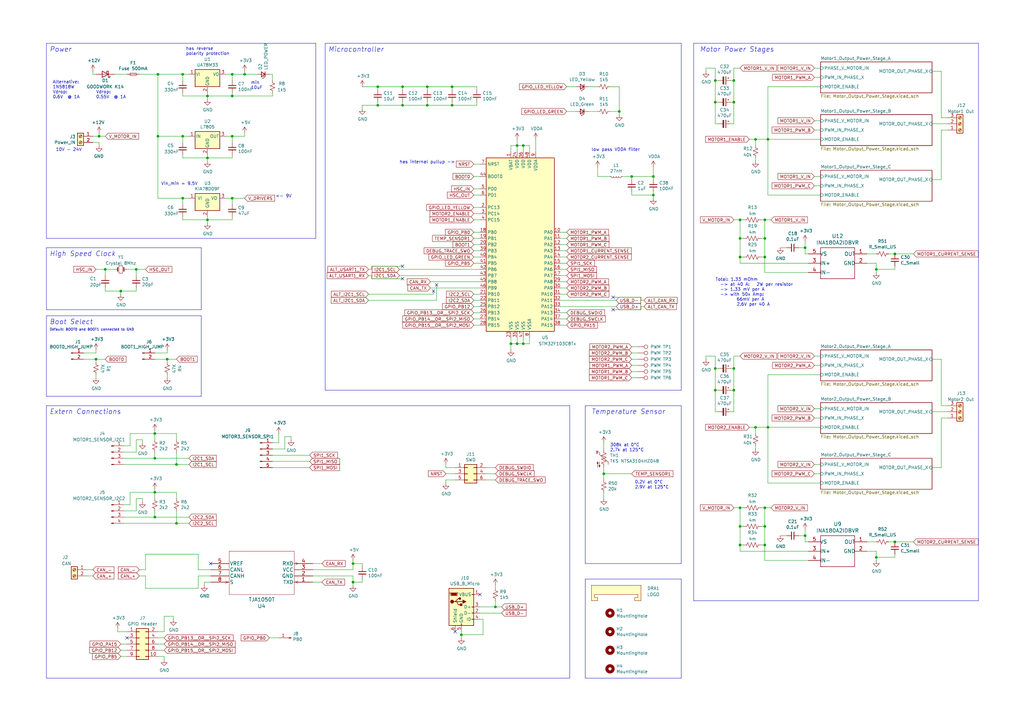
<source format=kicad_sch>
(kicad_sch (version 20250114) (generator "eeschema") (generator_version "9.0")
  (paper "A3")
  (title_block (title "Motor Driver") (date "2025-11-1") (rev "0"))
  (text "Vdrop:\n0.55V  @ 1A" (at 39.37 40.64 0) (effects (font (size 1.27 1.27)) (justify left bottom)))
  (text "Default: BOOT0 and BOOT1 connected to GND" (at 20.32 135.89 0) (effects (font (size 0.9906 0.9906)) (justify left bottom)))
  (text "308k at 0°C\n2.7k at 125°C" (at 250.19 185.42 0) (effects (font (size 1.27 1.27)) (justify left bottom)))
  (text "0.2V at 0°C\n2.9V at 125°C" (at 260.35 200.66 0) (effects (font (size 1.27 1.27)) (justify left bottom)))
  (text "has reverse\npolarity protection" (at 76.2 22.86 0) (effects (font (size 1.27 1.27)) (justify left bottom)))
  (text "Vin_min = 9.5V" (at 66.04 76.2 0) (effects (font (size 1.27 1.27)) (justify left bottom)))
  (text "Extern Connections" (at 20.32 170.18 0) (effects (font (size 2.0066 2.0066) (italic yes)) (justify left bottom)))
  (text "Alternative:  \n1N5818W\nVdrop:\n0.6V  @ 1A" (at 21.59 40.64 0) (effects (font (size 1.27 1.27)) (justify left bottom)))
  (text "Boot Select" (at 20.32 133.35 0) (effects (font (size 2.0066 2.0066) (italic yes)) (justify left bottom)))
  (text "10V - 24V" (at 22.86 62.23 0) (effects (font (size 1.27 1.27)) (justify left bottom)))
  (text "Temperature Sensor" (at 242.57 170.18 0) (effects (font (size 2.0066 2.0066) (italic yes)) (justify left bottom)))
  (text "Power" (at 20.32 21.59 0) (effects (font (size 2.0066 2.0066) (italic yes)) (justify left bottom)))
  (text "Microcontroller" (at 134.62 21.59 0) (effects (font (size 2.0066 2.0066) (italic yes)) (justify left bottom)))
  (text "Total: 1.33 mOhm\n  -> at 40 A:  ~{} 2W per resistor\n  -> 1.33 mV per A\n  -> with 50x Amp:  \n         66mV per A\n         2.6V per 40 A" (at 293.37 125.73 0) (effects (font (size 1.27 1.27)) (justify left bottom)))
  (text "min\n10uF" (at 102.87 36.83 0) (effects (font (size 1.27 1.27)) (justify left bottom)))
  (text "High Speed Clock" (at 20.32 105.41 0) (effects (font (size 2.0066 2.0066) (italic yes)) (justify left bottom)))
  (text "Motor Power Stages" (at 287.02 21.59 0) (effects (font (size 2.0066 2.0066) (italic yes)) (justify left bottom)))
  (text "low pass VDDA filter" (at 242.57 62.23 0) (effects (font (size 1.27 1.27)) (justify left bottom)))
  (text "<- 9V" (at 113.03 81.28 0) (effects (font (size 1.27 1.27)) (justify left bottom)))
  (text "has internal pullup ->" (at 163.83 67.31 0) (effects (font (size 1.27 1.27)) (justify left bottom)))
  (junction (at 95.25 55.88))
  (junction (at 367.03 222.25))
  (junction (at 63.5 201.93))
  (junction (at 359.41 110.49))
  (junction (at 330.2 219.71))
  (junction (at 203.2 248.92))
  (junction (at 175.26 43.18))
  (junction (at 144.78 231.14))
  (junction (at 63.5 177.8))
  (junction (at 314.96 175.26))
  (junction (at 303.53 90.17))
  (junction (at 254 45.72))
  (junction (at 300.99 33.02))
  (junction (at 63.5 212.09))
  (junction (at 74.93 30.48))
  (junction (at 95.25 30.48))
  (junction (at 64.77 30.48))
  (junction (at 313.69 90.17))
  (junction (at 68.58 147.32))
  (junction (at 85.09 39.37))
  (junction (at 303.53 208.28))
  (junction (at 300.99 151.13))
  (junction (at 359.41 228.6))
  (junction (at 154.94 43.18))
  (junction (at 64.77 55.88))
  (junction (at 72.39 214.63))
  (junction (at 85.09 64.77))
  (junction (at 303.53 105.41))
  (junction (at 74.93 55.88))
  (junction (at 313.69 223.52))
  (junction (at 165.1 35.56))
  (junction (at 95.25 81.28))
  (junction (at 85.09 90.17))
  (junction (at 214.63 140.97))
  (junction (at 212.09 140.97))
  (junction (at 74.93 81.28))
  (junction (at 267.97 72.39))
  (junction (at 300.99 41.91))
  (junction (at 293.37 151.13))
  (junction (at 267.97 80.01))
  (junction (at 259.08 72.39))
  (junction (at 303.53 215.9))
  (junction (at 95.25 39.37))
  (junction (at 309.88 57.15))
  (junction (at 303.53 223.52))
  (junction (at 293.37 41.91))
  (junction (at 185.42 43.18))
  (junction (at 189.23 260.35))
  (junction (at 72.39 190.5))
  (junction (at 212.09 59.69))
  (junction (at 303.53 97.79))
  (junction (at 185.42 35.56))
  (junction (at 300.99 160.02))
  (junction (at 247.65 194.31))
  (junction (at 293.37 33.02))
  (junction (at 175.26 35.56))
  (junction (at 144.78 238.76))
  (junction (at 40.64 55.88))
  (junction (at 367.03 104.14))
  (junction (at 313.69 97.79))
  (junction (at 209.55 140.97))
  (junction (at 293.37 160.02))
  (junction (at 313.69 105.41))
  (junction (at 39.37 147.32))
  (junction (at 314.96 57.15))
  (junction (at 154.94 35.56))
  (junction (at 313.69 208.28))
  (junction (at 330.2 101.6))
  (junction (at 313.69 215.9))
  (junction (at 309.88 175.26))
  (junction (at 55.88 110.49))
  (junction (at 165.1 43.18))
  (junction (at 49.53 119.38))
  (junction (at 63.5 187.96))
  (junction (at 214.63 59.69))
  (junction (at 100.33 30.48))
  (junction (at 43.18 110.49))
  (no_connect (at 186.69 259.08))
  (no_connect (at 251.46 121.92))
  (no_connect (at 251.46 127))
  (no_connect (at 165.1 109.22))
  (no_connect (at 52.07 261.62))
  (no_connect (at 177.8 119.38))
  (no_connect (at 179.07 116.84))
  (no_connect (at 86.36 231.14))
  (no_connect (at 165.1 114.3))
  (no_connect (at 196.85 243.84))
  (wire (pts (xy 111.76 30.48) (xy 111.76 33.02)))
  (wire (pts (xy 303.53 208.28) (xy 300.99 208.28)))
  (wire (pts (xy 303.53 107.95) (xy 331.47 107.95)))
  (wire (pts (xy 64.77 264.16) (xy 67.31 264.16)))
  (wire (pts (xy 219.71 57.15) (xy 219.71 62.23)))
  (wire (pts (xy 175.26 35.56) (xy 185.42 35.56)))
  (wire (pts (xy 64.77 266.7) (xy 67.31 266.7)))
  (wire (pts (xy 182.88 191.77) (xy 186.69 191.77)))
  (wire (pts (xy 85.09 39.37) (xy 85.09 40.64)))
  (wire (pts (xy 334.01 190.5) (xy 336.55 190.5)))
  (wire (pts (xy 67.31 269.24) (xy 67.31 270.51)))
  (wire (pts (xy 313.69 223.52) (xy 312.42 223.52)))
  (wire (pts (xy 289.56 27.94) (xy 293.37 27.94)))
  (wire (pts (xy 364.49 104.14) (xy 367.03 104.14)))
  (wire (pts (xy 262.89 121.92) (xy 262.89 123.19)))
  (polyline (pts (xy 19.05 17.78) (xy 19.05 97.79)))
  (wire (pts (xy 312.42 215.9) (xy 313.69 215.9)))
  (wire (pts (xy 68.58 147.32) (xy 72.39 147.32)))
  (wire (pts (xy 386.08 48.26) (xy 388.62 48.26)))
  (wire (pts (xy 293.37 146.05) (xy 293.37 151.13)))
  (wire (pts (xy 95.25 81.28) (xy 95.25 83.82)))
  (wire (pts (xy 163.83 110.49) (xy 196.85 110.49)))
  (wire (pts (xy 314.96 153.67) (xy 314.96 175.26)))
  (wire (pts (xy 316.23 208.28) (xy 313.69 208.28)))
  (wire (pts (xy 334.01 146.05) (xy 336.55 146.05)))
  (wire (pts (xy 267.97 80.01) (xy 267.97 81.28)))
  (wire (pts (xy 49.53 269.24) (xy 52.07 269.24)))
  (wire (pts (xy 64.77 269.24) (xy 67.31 269.24)))
  (wire (pts (xy 53.34 177.8) (xy 63.5 177.8)))
  (wire (pts (xy 63.5 187.96) (xy 77.47 187.96)))
  (wire (pts (xy 95.25 63.5) (xy 95.25 64.77)))
  (wire (pts (xy 55.88 204.47) (xy 58.42 204.47)))
  (wire (pts (xy 314.96 57.15) (xy 314.96 80.01)))
  (polyline (pts (xy 82.55 129.54) (xy 82.55 162.56)))
  (wire (pts (xy 68.58 153.67) (xy 68.58 154.94)))
  (wire (pts (xy 144.78 231.14) (xy 144.78 233.68)))
  (wire (pts (xy 300.99 151.13) (xy 299.72 151.13)))
  (wire (pts (xy 232.41 45.72) (xy 236.22 45.72)))
  (polyline (pts (xy 19.05 127) (xy 82.55 127)))
  (wire (pts (xy 58.42 180.34) (xy 58.42 181.61)))
  (polyline (pts (xy 19.05 166.37) (xy 19.05 278.13)))
  (wire (pts (xy 196.85 254) (xy 198.12 254)))
  (wire (pts (xy 367.03 110.49) (xy 359.41 110.49)))
  (polyline (pts (xy 82.55 101.6) (xy 19.05 101.6)))
  (wire (pts (xy 55.88 119.38) (xy 55.88 118.11)))
  (wire (pts (xy 64.77 81.28) (xy 74.93 81.28)))
  (wire (pts (xy 316.23 90.17) (xy 313.69 90.17)))
  (wire (pts (xy 229.87 113.03) (xy 232.41 113.03)))
  (wire (pts (xy 58.42 204.47) (xy 58.42 205.74)))
  (wire (pts (xy 64.77 55.88) (xy 64.77 81.28)))
  (wire (pts (xy 300.99 151.13) (xy 300.99 160.02)))
  (wire (pts (xy 59.69 233.68) (xy 57.15 233.68)))
  (wire (pts (xy 359.41 228.6) (xy 359.41 229.87)))
  (wire (pts (xy 289.56 146.05) (xy 293.37 146.05)))
  (wire (pts (xy 303.53 107.95) (xy 303.53 105.41)))
  (wire (pts (xy 330.2 222.25) (xy 331.47 222.25)))
  (wire (pts (xy 116.84 179.07) (xy 116.84 184.15)))
  (wire (pts (xy 195.58 35.56) (xy 195.58 36.83)))
  (wire (pts (xy 309.88 175.26) (xy 309.88 177.8)))
  (wire (pts (xy 85.09 64.77) (xy 85.09 66.04)))
  (wire (pts (xy 64.77 261.62) (xy 67.31 261.62)))
  (wire (pts (xy 212.09 59.69) (xy 212.09 62.23)))
  (wire (pts (xy 303.53 223.52) (xy 304.8 223.52)))
  (wire (pts (xy 334.01 76.2) (xy 336.55 76.2)))
  (wire (pts (xy 293.37 41.91) (xy 293.37 50.8)))
  (wire (pts (xy 262.89 127) (xy 262.89 125.73)))
  (polyline (pts (xy 133.35 17.78) (xy 279.4 17.78)))
  (wire (pts (xy 189.23 260.35) (xy 189.23 261.62)))
  (wire (pts (xy 313.69 97.79) (xy 313.69 105.41)))
  (wire (pts (xy 304.8 215.9) (xy 303.53 215.9)))
  (wire (pts (xy 95.25 30.48) (xy 100.33 30.48)))
  (wire (pts (xy 48.26 259.08) (xy 52.07 259.08)))
  (wire (pts (xy 64.77 30.48) (xy 64.77 55.88)))
  (wire (pts (xy 386.08 171.45) (xy 388.62 171.45)))
  (polyline (pts (xy 279.4 17.78) (xy 279.4 160.02)))
  (wire (pts (xy 63.5 177.8) (xy 63.5 180.34)))
  (wire (pts (xy 304.8 208.28) (xy 303.53 208.28)))
  (wire (pts (xy 199.39 196.85) (xy 203.2 196.85)))
  (wire (pts (xy 209.55 59.69) (xy 209.55 62.23)))
  (wire (pts (xy 95.25 64.77) (xy 85.09 64.77)))
  (wire (pts (xy 81.28 227.33) (xy 59.69 227.33)))
  (wire (pts (xy 64.77 30.48) (xy 74.93 30.48)))
  (wire (pts (xy 128.27 233.68) (xy 144.78 233.68)))
  (wire (pts (xy 334.01 171.45) (xy 336.55 171.45)))
  (wire (pts (xy 52.07 110.49) (xy 55.88 110.49)))
  (wire (pts (xy 81.28 233.68) (xy 81.28 227.33)))
  (wire (pts (xy 194.31 125.73) (xy 196.85 125.73)))
  (wire (pts (xy 72.39 190.5) (xy 77.47 190.5)))
  (wire (pts (xy 148.59 237.49) (xy 148.59 238.76)))
  (wire (pts (xy 74.93 81.28) (xy 74.93 83.82)))
  (wire (pts (xy 144.78 231.14) (xy 148.59 231.14)))
  (wire (pts (xy 63.5 200.66) (xy 63.5 201.93)))
  (wire (pts (xy 303.53 146.05) (xy 300.99 146.05)))
  (wire (pts (xy 313.69 90.17) (xy 313.69 97.79)))
  (wire (pts (xy 386.08 73.66) (xy 386.08 53.34)))
  (polyline (pts (xy 240.03 278.13) (xy 279.4 278.13)))
  (wire (pts (xy 300.99 168.91) (xy 299.72 168.91)))
  (wire (pts (xy 334.01 49.53) (xy 336.55 49.53)))
  (wire (pts (xy 267.97 78.74) (xy 267.97 80.01)))
  (wire (pts (xy 151.13 110.49) (xy 152.4 110.49)))
  (wire (pts (xy 72.39 209.55) (xy 72.39 214.63)))
  (wire (pts (xy 304.8 97.79) (xy 303.53 97.79)))
  (wire (pts (xy 313.69 111.76) (xy 331.47 111.76)))
  (wire (pts (xy 247.65 181.61) (xy 247.65 184.15)))
  (wire (pts (xy 128.27 238.76) (xy 132.08 238.76)))
  (wire (pts (xy 217.17 62.23) (xy 217.17 59.69)))
  (wire (pts (xy 314.96 175.26) (xy 314.96 198.12)))
  (wire (pts (xy 303.53 27.94) (xy 300.99 27.94)))
  (wire (pts (xy 232.41 35.56) (xy 236.22 35.56)))
  (wire (pts (xy 327.66 219.71) (xy 330.2 219.71)))
  (wire (pts (xy 38.1 236.22) (xy 35.56 236.22)))
  (wire (pts (xy 39.37 144.78) (xy 39.37 143.51)))
  (wire (pts (xy 212.09 59.69) (xy 209.55 59.69)))
  (wire (pts (xy 40.64 54.61) (xy 40.64 55.88)))
  (wire (pts (xy 217.17 59.69) (xy 214.63 59.69)))
  (wire (pts (xy 194.31 130.81) (xy 196.85 130.81)))
  (polyline (pts (xy 279.4 237.49) (xy 240.03 237.49)))
  (wire (pts (xy 40.64 55.88) (xy 38.1 55.88)))
  (wire (pts (xy 152.4 110.49) (xy 152.4 109.22)))
  (wire (pts (xy 250.19 45.72) (xy 254 45.72)))
  (wire (pts (xy 95.25 90.17) (xy 85.09 90.17)))
  (wire (pts (xy 314.96 153.67) (xy 336.55 153.67)))
  (wire (pts (xy 214.63 140.97) (xy 212.09 140.97)))
  (wire (pts (xy 92.71 81.28) (xy 95.25 81.28)))
  (wire (pts (xy 175.26 35.56) (xy 175.26 36.83)))
  (wire (pts (xy 199.39 194.31) (xy 203.2 194.31)))
  (wire (pts (xy 194.31 133.35) (xy 196.85 133.35)))
  (wire (pts (xy 49.53 266.7) (xy 52.07 266.7)))
  (wire (pts (xy 148.59 43.18) (xy 148.59 44.45)))
  (wire (pts (xy 194.31 77.47) (xy 196.85 77.47)))
  (polyline (pts (xy 284.48 17.78) (xy 284.48 246.38)))
  (wire (pts (xy 386.08 53.34) (xy 388.62 53.34)))
  (wire (pts (xy 53.34 207.01) (xy 53.34 201.93)))
  (wire (pts (xy 81.28 241.3) (xy 59.69 241.3)))
  (wire (pts (xy 50.8 187.96) (xy 63.5 187.96)))
  (wire (pts (xy 303.53 226.06) (xy 303.53 223.52)))
  (wire (pts (xy 35.56 233.68) (xy 38.1 233.68)))
  (wire (pts (xy 194.31 97.79) (xy 196.85 97.79)))
  (wire (pts (xy 194.31 100.33) (xy 196.85 100.33)))
  (wire (pts (xy 355.6 104.14) (xy 359.41 104.14)))
  (wire (pts (xy 83.82 238.76) (xy 83.82 240.03)))
  (wire (pts (xy 259.08 142.24) (xy 261.62 142.24)))
  (wire (pts (xy 359.41 107.95) (xy 359.41 110.49)))
  (wire (pts (xy 154.94 36.83) (xy 154.94 35.56)))
  (wire (pts (xy 251.46 127) (xy 262.89 127)))
  (wire (pts (xy 259.08 149.86) (xy 261.62 149.86)))
  (wire (pts (xy 313.69 105.41) (xy 312.42 105.41)))
  (polyline (pts (xy 284.48 17.78) (xy 401.32 17.78)))
  (wire (pts (xy 382.27 50.8) (xy 388.62 50.8)))
  (wire (pts (xy 289.56 29.21) (xy 289.56 27.94)))
  (wire (pts (xy 110.49 30.48) (xy 111.76 30.48)))
  (wire (pts (xy 72.39 177.8) (xy 72.39 180.34)))
  (wire (pts (xy 313.69 229.87) (xy 331.47 229.87)))
  (wire (pts (xy 67.31 259.08) (xy 67.31 252.73)))
  (wire (pts (xy 309.88 64.77) (xy 309.88 66.04)))
  (wire (pts (xy 254 45.72) (xy 254 46.99)))
  (wire (pts (xy 214.63 138.43) (xy 214.63 140.97)))
  (wire (pts (xy 148.59 231.14) (xy 148.59 232.41)))
  (wire (pts (xy 74.93 30.48) (xy 74.93 33.02)))
  (wire (pts (xy 194.31 128.27) (xy 196.85 128.27)))
  (wire (pts (xy 81.28 236.22) (xy 86.36 236.22)))
  (wire (pts (xy 74.93 88.9) (xy 74.93 90.17)))
  (wire (pts (xy 154.94 41.91) (xy 154.94 43.18)))
  (wire (pts (xy 198.12 260.35) (xy 189.23 260.35)))
  (wire (pts (xy 214.63 59.69) (xy 212.09 59.69)))
  (wire (pts (xy 165.1 41.91) (xy 165.1 43.18)))
  (wire (pts (xy 259.08 154.94) (xy 261.62 154.94)))
  (wire (pts (xy 195.58 41.91) (xy 195.58 43.18)))
  (wire (pts (xy 303.53 90.17) (xy 300.99 90.17)))
  (wire (pts (xy 194.31 95.25) (xy 196.85 95.25)))
  (wire (pts (xy 364.49 222.25) (xy 367.03 222.25)))
  (wire (pts (xy 334.01 194.31) (xy 336.55 194.31)))
  (wire (pts (xy 229.87 130.81) (xy 232.41 130.81)))
  (wire (pts (xy 154.94 43.18) (xy 165.1 43.18)))
  (wire (pts (xy 229.87 110.49) (xy 232.41 110.49)))
  (wire (pts (xy 85.09 63.5) (xy 85.09 64.77)))
  (wire (pts (xy 185.42 36.83) (xy 185.42 35.56)))
  (wire (pts (xy 165.1 114.3) (xy 152.4 114.3)))
  (polyline (pts (xy 82.55 101.6) (xy 82.55 127)))
  (polyline (pts (xy 19.05 278.13) (xy 233.68 278.13)))
  (wire (pts (xy 203.2 248.92) (xy 205.74 248.92)))
  (wire (pts (xy 245.11 72.39) (xy 250.19 72.39)))
  (wire (pts (xy 81.28 233.68) (xy 86.36 233.68)))
  (wire (pts (xy 247.65 194.31) (xy 247.65 196.85)))
  (wire (pts (xy 74.93 38.1) (xy 74.93 39.37)))
  (wire (pts (xy 74.93 39.37) (xy 85.09 39.37)))
  (wire (pts (xy 43.18 110.49) (xy 46.99 110.49)))
  (wire (pts (xy 39.37 147.32) (xy 39.37 148.59)))
  (wire (pts (xy 165.1 35.56) (xy 165.1 36.83)))
  (wire (pts (xy 100.33 55.88) (xy 95.25 55.88)))
  (wire (pts (xy 304.8 90.17) (xy 303.53 90.17)))
  (wire (pts (xy 382.27 147.32) (xy 386.08 147.32)))
  (wire (pts (xy 64.77 55.88) (xy 74.93 55.88)))
  (wire (pts (xy 367.03 228.6) (xy 359.41 228.6)))
  (polyline (pts (xy 19.05 162.56) (xy 82.55 162.56)))
  (wire (pts (xy 85.09 90.17) (xy 85.09 91.44)))
  (wire (pts (xy 38.1 30.48) (xy 39.37 30.48)))
  (wire (pts (xy 300.99 50.8) (xy 299.72 50.8)))
  (wire (pts (xy 247.65 194.31) (xy 259.08 194.31)))
  (wire (pts (xy 303.53 97.79) (xy 303.53 105.41)))
  (wire (pts (xy 259.08 78.74) (xy 259.08 80.01)))
  (wire (pts (xy 95.25 30.48) (xy 95.25 33.02)))
  (wire (pts (xy 303.53 215.9) (xy 303.53 223.52)))
  (wire (pts (xy 309.88 182.88) (xy 309.88 184.15)))
  (wire (pts (xy 46.99 30.48) (xy 52.07 30.48)))
  (polyline (pts (xy 19.05 129.54) (xy 19.05 162.56)))
  (wire (pts (xy 313.69 208.28) (xy 313.69 215.9)))
  (wire (pts (xy 151.13 123.19) (xy 179.07 123.19)))
  (wire (pts (xy 262.89 123.19) (xy 264.16 123.19)))
  (wire (pts (xy 72.39 185.42) (xy 72.39 190.5)))
  (wire (pts (xy 57.15 30.48) (xy 64.77 30.48)))
  (wire (pts (xy 312.42 208.28) (xy 313.69 208.28)))
  (wire (pts (xy 152.4 113.03) (xy 151.13 113.03)))
  (wire (pts (xy 312.42 90.17) (xy 313.69 90.17)))
  (wire (pts (xy 196.85 251.46) (xy 205.74 251.46)))
  (wire (pts (xy 313.69 215.9) (xy 313.69 223.52)))
  (wire (pts (xy 217.17 140.97) (xy 214.63 140.97)))
  (wire (pts (xy 217.17 138.43) (xy 217.17 140.97)))
  (wire (pts (xy 152.4 109.22) (xy 165.1 109.22)))
  (wire (pts (xy 267.97 72.39) (xy 267.97 68.58)))
  (wire (pts (xy 314.96 35.56) (xy 336.55 35.56)))
  (wire (pts (xy 386.08 147.32) (xy 386.08 166.37)))
  (wire (pts (xy 300.99 160.02) (xy 300.99 168.91)))
  (wire (pts (xy 307.34 57.15) (xy 309.88 57.15)))
  (wire (pts (xy 303.53 90.17) (xy 303.53 97.79)))
  (wire (pts (xy 300.99 160.02) (xy 299.72 160.02)))
  (wire (pts (xy 163.83 113.03) (xy 196.85 113.03)))
  (wire (pts (xy 165.1 43.18) (xy 175.26 43.18)))
  (wire (pts (xy 320.04 101.6) (xy 322.58 101.6)))
  (wire (pts (xy 34.29 144.78) (xy 39.37 144.78)))
  (wire (pts (xy 367.03 227.33) (xy 367.03 228.6)))
  (wire (pts (xy 229.87 107.95) (xy 232.41 107.95)))
  (wire (pts (xy 74.93 55.88) (xy 77.47 55.88)))
  (wire (pts (xy 74.93 30.48) (xy 77.47 30.48)))
  (wire (pts (xy 182.88 190.5) (xy 182.88 191.77)))
  (polyline (pts (xy 279.4 166.37) (xy 240.03 166.37)))
  (wire (pts (xy 386.08 166.37) (xy 388.62 166.37)))
  (wire (pts (xy 327.66 101.6) (xy 330.2 101.6)))
  (wire (pts (xy 194.31 105.41) (xy 196.85 105.41)))
  (wire (pts (xy 100.33 30.48) (xy 100.33 29.21)))
  (wire (pts (xy 68.58 147.32) (xy 68.58 148.59)))
  (wire (pts (xy 63.5 147.32) (xy 68.58 147.32)))
  (wire (pts (xy 303.53 226.06) (xy 331.47 226.06)))
  (wire (pts (xy 300.99 33.02) (xy 299.72 33.02)))
  (wire (pts (xy 92.71 30.48) (xy 95.25 30.48)))
  (wire (pts (xy 382.27 29.21) (xy 386.08 29.21)))
  (wire (pts (xy 229.87 97.79) (xy 232.41 97.79)))
  (wire (pts (xy 194.31 80.01) (xy 196.85 80.01)))
  (wire (pts (xy 293.37 160.02) (xy 293.37 168.91)))
  (wire (pts (xy 229.87 95.25) (xy 232.41 95.25)))
  (wire (pts (xy 259.08 72.39) (xy 267.97 72.39)))
  (wire (pts (xy 85.09 38.1) (xy 85.09 39.37)))
  (wire (pts (xy 151.13 120.65) (xy 177.8 120.65)))
  (wire (pts (xy 194.31 67.31) (xy 196.85 67.31)))
  (wire (pts (xy 314.96 175.26) (xy 336.55 175.26)))
  (wire (pts (xy 195.58 43.18) (xy 185.42 43.18)))
  (wire (pts (xy 245.11 68.58) (xy 245.11 72.39)))
  (wire (pts (xy 203.2 241.3) (xy 203.2 240.03)))
  (wire (pts (xy 53.34 201.93) (xy 63.5 201.93)))
  (wire (pts (xy 334.01 27.94) (xy 336.55 27.94)))
  (wire (pts (xy 367.03 104.14) (xy 374.65 104.14)))
  (wire (pts (xy 229.87 115.57) (xy 232.41 115.57)))
  (wire (pts (xy 212.09 57.15) (xy 212.09 59.69)))
  (wire (pts (xy 81.28 236.22) (xy 81.28 241.3)))
  (wire (pts (xy 300.99 41.91) (xy 300.99 50.8)))
  (wire (pts (xy 300.99 27.94) (xy 300.99 33.02)))
  (wire (pts (xy 293.37 33.02) (xy 294.64 33.02)))
  (wire (pts (xy 367.03 109.22) (xy 367.03 110.49)))
  (wire (pts (xy 148.59 238.76) (xy 144.78 238.76)))
  (wire (pts (xy 194.31 87.63) (xy 196.85 87.63)))
  (wire (pts (xy 294.64 160.02) (xy 293.37 160.02)))
  (wire (pts (xy 330.2 99.06) (xy 330.2 101.6)))
  (wire (pts (xy 179.07 123.19) (xy 179.07 116.84)))
  (wire (pts (xy 259.08 80.01) (xy 267.97 80.01)))
  (wire (pts (xy 111.76 189.23) (xy 127 189.23)))
  (wire (pts (xy 86.36 238.76) (xy 83.82 238.76)))
  (wire (pts (xy 382.27 191.77) (xy 386.08 191.77)))
  (polyline (pts (xy 240.03 231.14) (xy 279.4 231.14)))
  (wire (pts (xy 194.31 123.19) (xy 196.85 123.19)))
  (polyline (pts (xy 19.05 101.6) (xy 19.05 127)))
  (wire (pts (xy 194.31 90.17) (xy 196.85 90.17)))
  (wire (pts (xy 63.5 201.93) (xy 63.5 204.47)))
  (wire (pts (xy 72.39 201.93) (xy 72.39 204.47)))
  (wire (pts (xy 74.93 64.77) (xy 85.09 64.77)))
  (wire (pts (xy 293.37 27.94) (xy 293.37 33.02)))
  (wire (pts (xy 177.8 120.65) (xy 177.8 119.38)))
  (wire (pts (xy 59.69 241.3) (xy 59.69 236.22)))
  (wire (pts (xy 382.27 73.66) (xy 386.08 73.66)))
  (wire (pts (xy 152.4 114.3) (xy 152.4 113.03)))
  (polyline (pts (xy 240.03 166.37) (xy 240.03 231.14)))
  (wire (pts (xy 334.01 72.39) (xy 336.55 72.39)))
  (wire (pts (xy 185.42 41.91) (xy 185.42 43.18)))
  (wire (pts (xy 293.37 168.91) (xy 294.64 168.91)))
  (wire (pts (xy 320.04 219.71) (xy 322.58 219.71)))
  (wire (pts (xy 50.8 209.55) (xy 55.88 209.55)))
  (wire (pts (xy 68.58 144.78) (xy 68.58 143.51)))
  (wire (pts (xy 95.25 38.1) (xy 95.25 39.37)))
  (wire (pts (xy 259.08 72.39) (xy 259.08 73.66)))
  (wire (pts (xy 386.08 29.21) (xy 386.08 48.26)))
  (wire (pts (xy 196.85 248.92) (xy 203.2 248.92)))
  (wire (pts (xy 194.31 102.87) (xy 196.85 102.87)))
  (wire (pts (xy 229.87 125.73) (xy 252.73 125.73)))
  (wire (pts (xy 254 35.56) (xy 254 45.72)))
  (wire (pts (xy 38.1 29.21) (xy 38.1 30.48)))
  (wire (pts (xy 359.41 110.49) (xy 359.41 111.76)))
  (wire (pts (xy 314.96 57.15) (xy 336.55 57.15)))
  (wire (pts (xy 293.37 33.02) (xy 293.37 41.91)))
  (wire (pts (xy 119.38 179.07) (xy 119.38 180.34)))
  (wire (pts (xy 182.88 196.85) (xy 182.88 198.12)))
  (wire (pts (xy 50.8 185.42) (xy 55.88 185.42)))
  (wire (pts (xy 182.88 194.31) (xy 186.69 194.31)))
  (wire (pts (xy 154.94 35.56) (xy 165.1 35.56)))
  (wire (pts (xy 59.69 236.22) (xy 57.15 236.22)))
  (wire (pts (xy 176.53 118.11) (xy 196.85 118.11)))
  (wire (pts (xy 386.08 191.77) (xy 386.08 171.45)))
  (wire (pts (xy 355.6 107.95) (xy 359.41 107.95)))
  (wire (pts (xy 43.18 118.11) (xy 43.18 119.38)))
  (polyline (pts (xy 19.05 129.54) (xy 82.55 129.54)))
  (wire (pts (xy 111.76 181.61) (xy 114.3 181.61)))
  (wire (pts (xy 64.77 259.08) (xy 67.31 259.08)))
  (wire (pts (xy 330.2 101.6) (xy 330.2 104.14)))
  (wire (pts (xy 43.18 119.38) (xy 49.53 119.38)))
  (wire (pts (xy 262.89 125.73) (xy 264.16 125.73)))
  (wire (pts (xy 334.01 53.34) (xy 336.55 53.34)))
  (wire (pts (xy 63.5 176.53) (xy 63.5 177.8)))
  (polyline (pts (xy 240.03 237.49) (xy 240.03 278.13)))
  (wire (pts (xy 229.87 105.41) (xy 232.41 105.41)))
  (wire (pts (xy 186.69 196.85) (xy 182.88 196.85)))
  (wire (pts (xy 39.37 110.49) (xy 43.18 110.49)))
  (wire (pts (xy 55.88 204.47) (xy 55.88 209.55)))
  (wire (pts (xy 128.27 231.14) (xy 132.08 231.14)))
  (wire (pts (xy 294.64 41.91) (xy 293.37 41.91)))
  (polyline (pts (xy 284.48 246.38) (xy 401.32 246.38)))
  (wire (pts (xy 250.19 35.56) (xy 254 35.56)))
  (wire (pts (xy 50.8 182.88) (xy 53.34 182.88)))
  (wire (pts (xy 49.53 119.38) (xy 49.53 120.65)))
  (wire (pts (xy 176.53 115.57) (xy 196.85 115.57)))
  (wire (pts (xy 232.41 128.27) (xy 229.87 128.27)))
  (wire (pts (xy 367.03 222.25) (xy 374.65 222.25)))
  (wire (pts (xy 67.31 252.73) (xy 71.12 252.73)))
  (wire (pts (xy 359.41 226.06) (xy 359.41 228.6)))
  (wire (pts (xy 330.2 104.14) (xy 331.47 104.14)))
  (wire (pts (xy 229.87 120.65) (xy 232.41 120.65)))
  (wire (pts (xy 100.33 54.61) (xy 100.33 55.88)))
  (wire (pts (xy 314.96 198.12) (xy 336.55 198.12)))
  (wire (pts (xy 40.64 55.88) (xy 43.18 55.88)))
  (wire (pts (xy 111.76 39.37) (xy 95.25 39.37)))
  (wire (pts (xy 148.59 43.18) (xy 154.94 43.18)))
  (wire (pts (xy 309.88 57.15) (xy 309.88 59.69)))
  (wire (pts (xy 74.93 63.5) (xy 74.93 64.77)))
  (wire (pts (xy 74.93 90.17) (xy 85.09 90.17)))
  (wire (pts (xy 214.63 62.23) (xy 214.63 59.69)))
  (wire (pts (xy 50.8 214.63) (xy 72.39 214.63)))
  (wire (pts (xy 63.5 144.78) (xy 68.58 144.78)))
  (wire (pts (xy 259.08 147.32) (xy 261.62 147.32)))
  (wire (pts (xy 63.5 185.42) (xy 63.5 187.96)))
  (wire (pts (xy 40.64 58.42) (xy 38.1 58.42)))
  (wire (pts (xy 209.55 138.43) (xy 209.55 140.97)))
  (wire (pts (xy 48.26 257.81) (xy 48.26 259.08)))
  (wire (pts (xy 95.25 39.37) (xy 85.09 39.37)))
  (wire (pts (xy 85.09 88.9) (xy 85.09 90.17)))
  (wire (pts (xy 50.8 207.01) (xy 53.34 207.01)))
  (wire (pts (xy 55.88 110.49) (xy 59.69 110.49)))
  (wire (pts (xy 334.01 167.64) (xy 336.55 167.64)))
  (wire (pts (xy 194.31 72.39) (xy 196.85 72.39)))
  (wire (pts (xy 330.2 219.71) (xy 330.2 222.25)))
  (wire (pts (xy 63.5 177.8) (xy 72.39 177.8)))
  (wire (pts (xy 289.56 147.32) (xy 289.56 146.05)))
  (wire (pts (xy 303.53 105.41) (xy 304.8 105.41)))
  (wire (pts (xy 194.31 120.65) (xy 196.85 120.65)))
  (wire (pts (xy 55.88 180.34) (xy 55.88 185.42)))
  (wire (pts (xy 111.76 191.77) (xy 127 191.77)))
  (polyline (pts (xy 19.05 166.37) (xy 233.68 166.37)))
  (wire (pts (xy 309.88 57.15) (xy 314.96 57.15)))
  (wire (pts (xy 95.25 81.28) (xy 100.33 81.28)))
  (wire (pts (xy 314.96 35.56) (xy 314.96 57.15)))
  (wire (pts (xy 63.5 201.93) (xy 72.39 201.93)))
  (wire (pts (xy 185.42 43.18) (xy 175.26 43.18)))
  (wire (pts (xy 148.59 35.56) (xy 154.94 35.56)))
  (wire (pts (xy 203.2 246.38) (xy 203.2 248.92)))
  (wire (pts (xy 241.3 35.56) (xy 245.11 35.56)))
  (wire (pts (xy 314.96 80.01) (xy 336.55 80.01)))
  (polyline (pts (xy 279.4 160.02) (xy 133.35 160.02)))
  (wire (pts (xy 241.3 45.72) (xy 245.11 45.72)))
  (wire (pts (xy 303.53 208.28) (xy 303.53 215.9)))
  (wire (pts (xy 209.55 140.97) (xy 209.55 143.51)))
  (wire (pts (xy 144.78 238.76) (xy 144.78 240.03)))
  (wire (pts (xy 114.3 177.8) (xy 114.3 181.61)))
  (wire (pts (xy 116.84 179.07) (xy 119.38 179.07)))
  (wire (pts (xy 111.76 38.1) (xy 111.76 39.37)))
  (wire (pts (xy 43.18 113.03) (xy 43.18 110.49)))
  (wire (pts (xy 92.71 55.88) (xy 95.25 55.88)))
  (wire (pts (xy 229.87 100.33) (xy 232.41 100.33)))
  (wire (pts (xy 293.37 50.8) (xy 294.64 50.8)))
  (wire (pts (xy 212.09 140.97) (xy 209.55 140.97)))
  (wire (pts (xy 355.6 222.25) (xy 359.41 222.25)))
  (wire (pts (xy 128.27 236.22) (xy 144.78 236.22)))
  (wire (pts (xy 203.2 191.77) (xy 199.39 191.77)))
  (polyline (pts (xy 233.68 166.37) (xy 233.68 278.13)))
  (polyline (pts (xy 279.4 231.14) (xy 279.4 166.37)))
  (wire (pts (xy 95.25 88.9) (xy 95.25 90.17)))
  (wire (pts (xy 74.93 81.28) (xy 77.47 81.28)))
  (wire (pts (xy 49.53 264.16) (xy 52.07 264.16)))
  (wire (pts (xy 293.37 151.13) (xy 293.37 160.02)))
  (wire (pts (xy 247.65 204.47) (xy 247.65 201.93)))
  (wire (pts (xy 300.99 33.02) (xy 300.99 41.91)))
  (wire (pts (xy 198.12 254) (xy 198.12 260.35)))
  (wire (pts (xy 39.37 153.67) (xy 39.37 154.94)))
  (polyline (pts (xy 279.4 278.13) (xy 279.4 237.49)))
  (wire (pts (xy 251.46 121.92) (xy 262.89 121.92)))
  (wire (pts (xy 165.1 35.56) (xy 175.26 35.56)))
  (wire (pts (xy 39.37 147.32) (xy 43.18 147.32)))
  (wire (pts (xy 313.69 111.76) (xy 313.69 105.41)))
  (wire (pts (xy 229.87 133.35) (xy 232.41 133.35)))
  (wire (pts (xy 300.99 41.91) (xy 299.72 41.91)))
  (wire (pts (xy 63.5 209.55) (xy 63.5 212.09)))
  (wire (pts (xy 111.76 184.15) (xy 116.84 184.15)))
  (wire (pts (xy 330.2 217.17) (xy 330.2 219.71)))
  (wire (pts (xy 55.88 180.34) (xy 58.42 180.34)))
  (wire (pts (xy 110.49 261.62) (xy 114.3 261.62)))
  (wire (pts (xy 312.42 97.79) (xy 313.69 97.79)))
  (wire (pts (xy 74.93 55.88) (xy 74.93 58.42)))
  (wire (pts (xy 34.29 147.32) (xy 39.37 147.32)))
  (wire (pts (xy 309.88 175.26) (xy 314.96 175.26)))
  (wire (pts (xy 175.26 41.91) (xy 175.26 43.18)))
  (wire (pts (xy 229.87 102.87) (xy 232.41 102.87)))
  (wire (pts (xy 185.42 35.56) (xy 195.58 35.56)))
  (wire (pts (xy 59.69 227.33) (xy 59.69 233.68)))
  (wire (pts (xy 49.53 119.38) (xy 55.88 119.38)))
  (wire (pts (xy 293.37 151.13) (xy 294.64 151.13)))
  (wire (pts (xy 50.8 212.09) (xy 63.5 212.09)))
  (polyline (pts (xy 19.05 97.79) (xy 129.54 97.79)))
  (wire (pts (xy 72.39 214.63) (xy 77.47 214.63)))
  (polyline (pts (xy 129.54 17.78) (xy 129.54 97.79)))
  (wire (pts (xy 229.87 118.11) (xy 232.41 118.11)))
  (wire (pts (xy 100.33 30.48) (xy 105.41 30.48)))
  (wire (pts (xy 212.09 138.43) (xy 212.09 140.97)))
  (wire (pts (xy 50.8 190.5) (xy 72.39 190.5)))
  (wire (pts (xy 307.34 175.26) (xy 309.88 175.26)))
  (wire (pts (xy 255.27 72.39) (xy 259.08 72.39)))
  (wire (pts (xy 144.78 236.22) (xy 144.78 238.76)))
  (wire (pts (xy 247.65 191.77) (xy 247.65 194.31)))
  (wire (pts (xy 144.78 229.87) (xy 144.78 231.14)))
  (wire (pts (xy 40.64 58.42) (xy 40.64 59.69)))
  (wire (pts (xy 355.6 226.06) (xy 359.41 226.06)))
  (wire (pts (xy 55.88 113.03) (xy 55.88 110.49)))
  (polyline (pts (xy 133.35 160.02) (xy 133.35 17.78)))
  (wire (pts (xy 334.01 31.75) (xy 336.55 31.75)))
  (wire (pts (xy 313.69 229.87) (xy 313.69 223.52)))
  (wire (pts (xy 382.27 168.91) (xy 388.62 168.91)))
  (wire (pts (xy 267.97 72.39) (xy 267.97 73.66)))
  (wire (pts (xy 229.87 123.19) (xy 252.73 123.19)))
  (wire (pts (xy 63.5 212.09) (xy 77.47 212.09)))
  (wire (pts (xy 53.34 182.88) (xy 53.34 177.8)))
  (wire (pts (xy 111.76 186.69) (xy 127 186.69)))
  (polyline (pts (xy 401.32 17.78) (xy 401.32 246.38)))
  (wire (pts (xy 71.12 252.73) (xy 71.12 254)))
  (wire (pts (xy 334.01 149.86) (xy 336.55 149.86)))
  (wire (pts (xy 194.31 107.95) (xy 196.85 107.95)))
  (wire (pts (xy 194.31 85.09) (xy 196.85 85.09)))
  (wire (pts (xy 189.23 259.08) (xy 189.23 260.35)))
  (polyline (pts (xy 19.05 17.78) (xy 129.54 17.78)))
  (wire (pts (xy 259.08 144.78) (xy 261.62 144.78)))
  (wire (pts (xy 300.99 146.05) (xy 300.99 151.13)))
  (wire (pts (xy 259.08 152.4) (xy 261.62 152.4)))
  (wire (pts (xy 95.25 55.88) (xy 95.25 58.42)))
  (global_label "BOOT0" (shape input) (at 43.18 147.32 0) (property "Intersheetrefs" "${INTERSHEET_REFS}" (effects (hide yes))))
  (global_label "MOTOR1_V_IN" (shape input) (at 334.01 49.53 180) (property "Intersheetrefs" "${INTERSHEET_REFS}" (effects (hide yes))))
  (global_label "MOTOR1_V_IN" (shape input) (at 334.01 27.94 180) (property "Intersheetrefs" "${INTERSHEET_REFS}" (effects (hide yes))))
  (global_label "CAN_+" (shape input) (at 57.15 236.22 180) (property "Intersheetrefs" "${INTERSHEET_REFS}" (effects (hide yes))))
  (global_label "GPIO_LED_YELLOW" (shape input) (at 194.31 85.09 180) (property "Intersheetrefs" "${INTERSHEET_REFS}" (effects (hide yes))))
  (global_label "BOOT1" (shape input) (at 194.31 100.33 180) (property "Intersheetrefs" "${INTERSHEET_REFS}" (effects (hide yes))))
  (global_label "MOTOR2_PWM_C" (shape input) (at 232.41 120.65 0) (property "Intersheetrefs" "${INTERSHEET_REFS}" (effects (hide yes))))
  (global_label "I2C1_SCL" (shape input) (at 77.47 190.5 0) (property "Intersheetrefs" "${INTERSHEET_REFS}" (effects (hide yes))))
  (global_label "I2C1_SCL" (shape input) (at 163.83 110.49 180) (property "Intersheetrefs" "${INTERSHEET_REFS}" (effects (hide yes))))
  (global_label "MOTOR1_CURRENT_SENSE" (shape input) (at 374.65 104.14 0) (property "Intersheetrefs" "${INTERSHEET_REFS}" (effects (hide yes))))
  (global_label "CAN_RX" (shape input) (at 176.53 115.57 180) (property "Intersheetrefs" "${INTERSHEET_REFS}" (effects (hide yes))))
  (global_label "NRST" (shape input) (at 194.31 67.31 180) (property "Intersheetrefs" "${INTERSHEET_REFS}" (effects (hide yes))))
  (global_label "I2C2_SCL" (shape input) (at 77.47 214.63 0) (property "Intersheetrefs" "${INTERSHEET_REFS}" (effects (hide yes))))
  (global_label "I2C2_SDA" (shape input) (at 77.47 212.09 0) (property "Intersheetrefs" "${INTERSHEET_REFS}" (effects (hide yes))))
  (global_label "MOTOR2_ENABLE" (shape input) (at 194.31 87.63 180) (property "Intersheetrefs" "${INTERSHEET_REFS}" (effects (hide yes))))
  (global_label "V_MOTOR_IN" (shape input) (at 300.99 208.28 180) (property "Intersheetrefs" "${INTERSHEET_REFS}" (effects (hide yes))))
  (global_label "CAN_TX" (shape input) (at 132.08 238.76 0) (property "Intersheetrefs" "${INTERSHEET_REFS}" (effects (hide yes))))
  (global_label "MOTOR1_ENABLE" (shape input) (at 307.34 57.15 180) (property "Intersheetrefs" "${INTERSHEET_REFS}" (effects (hide yes))))
  (global_label "V_DRIVERS" (shape input) (at 100.33 81.28 0) (property "Intersheetrefs" "${INTERSHEET_REFS}" (effects (hide yes))))
  (global_label "TEMP_SENSOR1" (shape input) (at 259.08 194.31 0) (property "Intersheetrefs" "${INTERSHEET_REFS}" (effects (hide yes))))
  (global_label "GPIO_PB12" (shape input) (at 49.53 266.7 180) (property "Intersheetrefs" "${INTERSHEET_REFS}" (effects (hide yes))))
  (global_label "V_MOTOR_IN" (shape input) (at 43.18 55.88 0) (property "Intersheetrefs" "${INTERSHEET_REFS}" (effects (hide yes))))
  (global_label "MOTOR1_PWM_B" (shape input) (at 259.08 152.4 180) (property "Intersheetrefs" "${INTERSHEET_REFS}" (effects (hide yes))))
  (global_label "MOTOR1_CURRENT_SENSE" (shape input) (at 232.41 102.87 0) (property "Intersheetrefs" "${INTERSHEET_REFS}" (effects (hide yes))))
  (global_label "MOTOR2_V_IN" (shape input) (at 303.53 146.05 0) (property "Intersheetrefs" "${INTERSHEET_REFS}" (effects (hide yes))))
  (global_label "DEBUG_SWCLK" (shape input) (at 232.41 130.81 0) (property "Intersheetrefs" "${INTERSHEET_REFS}" (effects (hide yes))))
  (global_label "SPI1_MOSI" (shape input) (at 127 191.77 0) (property "Intersheetrefs" "${INTERSHEET_REFS}" (effects (hide yes))))
  (global_label "GPIO_PB14__OR__SPI2_MISO" (shape input) (at 194.31 130.81 180) (property "Intersheetrefs" "${INTERSHEET_REFS}" (effects (hide yes))))
  (global_label "HSC_IN" (shape input) (at 39.37 110.49 180) (property "Intersheetrefs" "${INTERSHEET_REFS}" (effects (hide yes))))
  (global_label "DEBUG_TRACE_SWO" (shape input) (at 194.31 102.87 180) (property "Intersheetrefs" "${INTERSHEET_REFS}" (effects (hide yes))))
  (global_label "I2C1_SDA" (shape input) (at 77.47 187.96 0) (property "Intersheetrefs" "${INTERSHEET_REFS}" (effects (hide yes))))
  (global_label "SPI1_MOSI" (shape input) (at 232.41 113.03 0) (property "Intersheetrefs" "${INTERSHEET_REFS}" (effects (hide yes))))
  (global_label "I2C2_SDA" (shape input) (at 194.31 123.19 180) (property "Intersheetrefs" "${INTERSHEET_REFS}" (effects (hide yes))))
  (global_label "MOTOR1_PWM_A" (shape input) (at 232.41 95.25 0) (property "Intersheetrefs" "${INTERSHEET_REFS}" (effects (hide yes))))
  (global_label "MOTOR2_PWM_C" (shape input) (at 259.08 147.32 180) (property "Intersheetrefs" "${INTERSHEET_REFS}" (effects (hide yes))))
  (global_label "MOTOR2_V_IN" (shape input) (at 334.01 167.64 180) (property "Intersheetrefs" "${INTERSHEET_REFS}" (effects (hide yes))))
  (global_label "CAN_TX" (shape input) (at 176.53 118.11 180) (property "Intersheetrefs" "${INTERSHEET_REFS}" (effects (hide yes))))
  (global_label "BOOT0" (shape input) (at 194.31 72.39 180) (property "Intersheetrefs" "${INTERSHEET_REFS}" (effects (hide yes))))
  (global_label "MOTOR1_ENABLE" (shape input) (at 194.31 90.17 180) (property "Intersheetrefs" "${INTERSHEET_REFS}" (effects (hide yes))))
  (global_label "GPIO_PB13__OR__SPI2_SCK" (shape input) (at 194.31 128.27 180) (property "Intersheetrefs" "${INTERSHEET_REFS}" (effects (hide yes))))
  (global_label "MOTOR2_PWM_B" (shape input) (at 232.41 118.11 0) (property "Intersheetrefs" "${INTERSHEET_REFS}" (effects (hide yes))))
  (global_label "MOTOR2_CURRENT_SENSE" (shape input) (at 232.41 105.41 0) (property "Intersheetrefs" "${INTERSHEET_REFS}" (effects (hide yes))))
  (global_label "CAN_-" (shape input) (at 38.1 233.68 0) (property "Intersheetrefs" "${INTERSHEET_REFS}" (effects (hide yes))))
  (global_label "ALT_CAN_TX" (shape input) (at 264.16 125.73 0) (property "Intersheetrefs" "${INTERSHEET_REFS}" (effects (hide yes))))
  (global_label "GPIO_PB13__OR__SPI2_SCK" (shape input) (at 67.31 261.62 0) (property "Intersheetrefs" "${INTERSHEET_REFS}" (effects (hide yes))))
  (global_label "HSC_IN" (shape input) (at 194.31 77.47 180) (property "Intersheetrefs" "${INTERSHEET_REFS}" (effects (hide yes))))
  (global_label "ALT_USART1_RX" (shape input) (at 151.13 113.03 180) (property "Intersheetrefs" "${INTERSHEET_REFS}" (effects (hide yes))))
  (global_label "I2C2_SCL" (shape input) (at 194.31 120.65 180) (property "Intersheetrefs" "${INTERSHEET_REFS}" (effects (hide yes))))
  (global_label "CAN_-" (shape input) (at 57.15 233.68 180) (property "Intersheetrefs" "${INTERSHEET_REFS}" (effects (hide yes))))
  (global_label "GPIO_PB5" (shape input) (at 49.53 269.24 180) (property "Intersheetrefs" "${INTERSHEET_REFS}" (effects (hide yes))))
  (global_label "MOTOR2_ENABLE" (shape input) (at 307.34 175.26 180) (property "Intersheetrefs" "${INTERSHEET_REFS}" (effects (hide yes))))
  (global_label "SPI1_MISO" (shape input) (at 232.41 110.49 0) (property "Intersheetrefs" "${INTERSHEET_REFS}" (effects (hide yes))))
  (global_label "GPIO_PB0" (shape input) (at 110.49 261.62 180) (property "Intersheetrefs" "${INTERSHEET_REFS}" (effects (hide yes))))
  (global_label "CAN_+" (shape input) (at 38.1 236.22 0) (property "Intersheetrefs" "${INTERSHEET_REFS}" (effects (hide yes))))
  (global_label "MOTOR1_V_IN" (shape input) (at 316.23 90.17 0) (property "Intersheetrefs" "${INTERSHEET_REFS}" (effects (hide yes))))
  (global_label "MOTOR2_PWM_A" (shape input) (at 259.08 142.24 180) (property "Intersheetrefs" "${INTERSHEET_REFS}" (effects (hide yes))))
  (global_label "ALT_I2C1_SDA" (shape input) (at 151.13 123.19 180) (property "Intersheetrefs" "${INTERSHEET_REFS}" (effects (hide yes))))
  (global_label "MOTOR2_PWM_C" (shape input) (at 334.01 194.31 180) (property "Intersheetrefs" "${INTERSHEET_REFS}" (effects (hide yes))))
  (global_label "DEBUG_SWDIO" (shape input) (at 203.2 191.77 0) (property "Intersheetrefs" "${INTERSHEET_REFS}" (effects (hide yes))))
  (global_label "GPIO_PB14__OR__SPI2_MISO" (shape input) (at 67.31 264.16 0) (property "Intersheetrefs" "${INTERSHEET_REFS}" (effects (hide yes))))
  (global_label "GPIO_PA15" (shape input) (at 49.53 264.16 180) (property "Intersheetrefs" "${INTERSHEET_REFS}" (effects (hide yes))))
  (global_label "MOTOR2_PWM_A" (shape input) (at 334.01 149.86 180) (property "Intersheetrefs" "${INTERSHEET_REFS}" (effects (hide yes))))
  (global_label "SPI1_MISO" (shape input) (at 127 189.23 0) (property "Intersheetrefs" "${INTERSHEET_REFS}" (effects (hide yes))))
  (global_label "CAN_RX" (shape input) (at 132.08 231.14 0) (property "Intersheetrefs" "${INTERSHEET_REFS}" (effects (hide yes))))
  (global_label "ALT_I2C1_SCL" (shape input) (at 151.13 120.65 180) (property "Intersheetrefs" "${INTERSHEET_REFS}" (effects (hide yes))))
  (global_label "NRST" (shape input) (at 182.88 194.31 180) (property "Intersheetrefs" "${INTERSHEET_REFS}" (effects (hide yes))))
  (global_label "MOTOR2_V_IN" (shape input) (at 334.01 146.05 180) (property "Intersheetrefs" "${INTERSHEET_REFS}" (effects (hide yes))))
  (global_label "GPIO_LED_GREEN" (shape input) (at 194.31 105.41 180) (property "Intersheetrefs" "${INTERSHEET_REFS}" (effects (hide yes))))
  (global_label "ALT_CAN_RX" (shape input) (at 264.16 123.19 0) (property "Intersheetrefs" "${INTERSHEET_REFS}" (effects (hide yes))))
  (global_label "MOTOR2_PWM_A" (shape input) (at 232.41 115.57 0) (property "Intersheetrefs" "${INTERSHEET_REFS}" (effects (hide yes))))
  (global_label "MOTOR2_V_IN" (shape input) (at 334.01 190.5 180) (property "Intersheetrefs" "${INTERSHEET_REFS}" (effects (hide yes))))
  (global_label "BOOT1" (shape input) (at 72.39 147.32 0) (property "Intersheetrefs" "${INTERSHEET_REFS}" (effects (hide yes))))
  (global_label "MOTOR1_PWM_C" (shape input) (at 334.01 76.2 180) (property "Intersheetrefs" "${INTERSHEET_REFS}" (effects (hide yes))))
  (global_label "ALT_USART1_TX" (shape input) (at 151.13 110.49 180) (property "Intersheetrefs" "${INTERSHEET_REFS}" (effects (hide yes))))
  (global_label "DEBUG_SWCLK" (shape input) (at 203.2 194.31 0) (property "Intersheetrefs" "${INTERSHEET_REFS}" (effects (hide yes))))
  (global_label "GPIO_PB0" (shape input) (at 194.31 95.25 180) (property "Intersheetrefs" "${INTERSHEET_REFS}" (effects (hide yes))))
  (global_label "MOTOR1_PWM_B" (shape input) (at 334.01 53.34 180) (property "Intersheetrefs" "${INTERSHEET_REFS}" (effects (hide yes))))
  (global_label "GPIO_LED_YELLOW" (shape input) (at 232.41 35.56 180) (property "Intersheetrefs" "${INTERSHEET_REFS}" (effects (hide yes))))
  (global_label "USB_D-" (shape input) (at 252.73 123.19 0) (property "Intersheetrefs" "${INTERSHEET_REFS}" (effects (hide yes))))
  (global_label "GPIO_PB15__OR__SPI2_MOSI" (shape input) (at 67.31 266.7 0) (property "Intersheetrefs" "${INTERSHEET_REFS}" (effects (hide yes))))
  (global_label "DEBUG_TRACE_SWO" (shape input) (at 203.2 196.85 0) (property "Intersheetrefs" "${INTERSHEET_REFS}" (effects (hide yes))))
  (global_label "USB_D-" (shape input) (at 205.74 251.46 0) (property "Intersheetrefs" "${INTERSHEET_REFS}" (effects (hide yes))))
  (global_label "MOTOR1_V_IN" (shape input) (at 334.01 72.39 180) (property "Intersheetrefs" "${INTERSHEET_REFS}" (effects (hide yes))))
  (global_label "MOTOR2_V_IN" (shape input) (at 316.23 208.28 0) (property "Intersheetrefs" "${INTERSHEET_REFS}" (effects (hide yes))))
  (global_label "TEMP_SENSOR1" (shape input) (at 194.31 97.79 180) (property "Intersheetrefs" "${INTERSHEET_REFS}" (effects (hide yes))))
  (global_label "SPI1_SCK" (shape input) (at 232.41 107.95 0) (property "Intersheetrefs" "${INTERSHEET_REFS}" (effects (hide yes))))
  (global_label "GPIO_PB12" (shape input) (at 194.31 125.73 180) (property "Intersheetrefs" "${INTERSHEET_REFS}" (effects (hide yes))))
  (global_label "MOTOR1_PWM_A" (shape input) (at 259.08 149.86 180) (property "Intersheetrefs" "${INTERSHEET_REFS}" (effects (hide yes))))
  (global_label "V_MOTOR_IN" (shape input) (at 300.99 90.17 180) (property "Intersheetrefs" "${INTERSHEET_REFS}" (effects (hide yes))))
  (global_label "MOTOR2_CURRENT_SENSE" (shape input) (at 374.65 222.25 0) (property "Intersheetrefs" "${INTERSHEET_REFS}" (effects (hide yes))))
  (global_label "MOTOR2_PWM_B" (shape input) (at 334.01 171.45 180) (property "Intersheetrefs" "${INTERSHEET_REFS}" (effects (hide yes))))
  (global_label "MOTOR2_PWM_B" (shape input) (at 259.08 144.78 180) (property "Intersheetrefs" "${INTERSHEET_REFS}" (effects (hide yes))))
  (global_label "HSC_OUT" (shape input) (at 194.31 80.01 180) (property "Intersheetrefs" "${INTERSHEET_REFS}" (effects (hide yes))))
  (global_label "GPIO_PA15" (shape input) (at 232.41 133.35 0) (property "Intersheetrefs" "${INTERSHEET_REFS}" (effects (hide yes))))
  (global_label "GPIO_PB5" (shape input) (at 194.31 107.95 180) (property "Intersheetrefs" "${INTERSHEET_REFS}" (effects (hide yes))))
  (global_label "MOTOR1_V_IN" (shape input) (at 303.53 27.94 0) (property "Intersheetrefs" "${INTERSHEET_REFS}" (effects (hide yes))))
  (global_label "MOTOR1_PWM_B" (shape input) (at 232.41 97.79 0) (property "Intersheetrefs" "${INTERSHEET_REFS}" (effects (hide yes))))
  (global_label "MOTOR1_PWM_C" (shape input) (at 259.08 154.94 180) (property "Intersheetrefs" "${INTERSHEET_REFS}" (effects (hide yes))))
  (global_label "MOTOR1_PWM_C" (shape input) (at 232.41 100.33 0) (property "Intersheetrefs" "${INTERSHEET_REFS}" (effects (hide yes))))
  (global_label "USB_D+" (shape input) (at 252.73 125.73 0) (property "Intersheetrefs" "${INTERSHEET_REFS}" (effects (hide yes))))
  (global_label "MOTOR1_PWM_A" (shape input) (at 334.01 31.75 180) (property "Intersheetrefs" "${INTERSHEET_REFS}" (effects (hide yes))))
  (global_label "SPI1_SCK" (shape input) (at 127 186.69 0) (property "Intersheetrefs" "${INTERSHEET_REFS}" (effects (hide yes))))
  (global_label "USB_D+" (shape input) (at 205.74 248.92 0) (property "Intersheetrefs" "${INTERSHEET_REFS}" (effects (hide yes))))
  (global_label "DEBUG_SWDIO" (shape input) (at 232.41 128.27 0) (property "Intersheetrefs" "${INTERSHEET_REFS}" (effects (hide yes))))
  (global_label "GPIO_LED_GREEN" (shape input) (at 232.41 45.72 180) (property "Intersheetrefs" "${INTERSHEET_REFS}" (effects (hide yes))))
  (global_label "HSC_OUT" (shape input) (at 59.69 110.49 0) (property "Intersheetrefs" "${INTERSHEET_REFS}" (effects (hide yes))))
  (global_label "I2C1_SDA" (shape input) (at 163.83 113.03 180) (property "Intersheetrefs" "${INTERSHEET_REFS}" (effects (hide yes))))
  (global_label "GPIO_PB15__OR__SPI2_MOSI" (shape input) (at 194.31 133.35 180) (property "Intersheetrefs" "${INTERSHEET_REFS}" (effects (hide yes))))
  (symbol (lib_id "Device:C_Small") (at 165.1 39.37 0) (unit 1)
    (property "Reference" "C12" (at 167.4368 38.2016 0) (effects (justify left)))
    (property "Value" "100nF" (at 167.4368 40.513 0) (effects (justify left)))
    (property "Footprint" "Capacitor_SMD:C_0805_2012Metric_Pad1.15x1.40mm_HandSolder" (effects (hide yes)))
  )
  (symbol (lib_id "power:GND") (at 148.59 44.45 0) (unit 1)
    (property "Reference" "#PWR026" (effects (hide yes)))
    (property "Value" "GND" (at 148.717 48.8442 0))
  )
  (symbol (lib_id "Device:C_Small") (at 175.26 39.37 0) (unit 1)
    (property "Reference" "C13" (at 177.5968 38.2016 0) (effects (justify left)))
    (property "Value" "100nF" (at 177.5968 40.513 0) (effects (justify left)))
    (property "Footprint" "Capacitor_SMD:C_0805_2012Metric_Pad1.15x1.40mm_HandSolder" (effects (hide yes)))
  )
  (symbol (lib_id "Device:C_Small") (at 185.42 39.37 0) (unit 1)
    (property "Reference" "C14" (at 187.7568 38.2016 0) (effects (justify left)))
    (property "Value" "100nF" (at 187.7568 40.513 0) (effects (justify left)))
    (property "Footprint" "Capacitor_SMD:C_0805_2012Metric_Pad1.15x1.40mm_HandSolder" (effects (hide yes)))
  )
  (symbol (lib_id "motorDriver-rescue:+3.3V-power") (at 212.09 57.15 0) (unit 1)
    (property "Reference" "#PWR032" (effects (hide yes)))
    (property "Value" "+3V3" (at 212.471 52.7558 0))
  )
  (symbol (lib_id "motorDriver-rescue:+3.3V-power") (at 148.59 35.56 0) (unit 1)
    (property "Reference" "#PWR025" (effects (hide yes)))
    (property "Value" "+3V3" (at 148.971 31.1658 0))
  )
  (symbol (lib_id "power:GND") (at 209.55 143.51 0) (unit 1)
    (property "Reference" "#PWR031" (effects (hide yes)))
    (property "Value" "GND" (at 209.677 147.9042 0))
  )
  (symbol (lib_id "motorDriver-rescue:STM32F103C8Tx-MCU_ST_STM32F1") (at 214.63 100.33 0) (unit 1)
    (property "Reference" "U5" (at 223.52 138.43 0))
    (property "Value" "STM32F103C8Tx" (at 228.6 140.97 0))
    (property "Footprint" "Package_QFP:LQFP-48_7x7mm_P0.5mm" (effects (hide yes)))
    (property "Datasheet" "http://www.st.com/st-web-ui/static/active/en/resource/technical/document/datasheet/CD00161566.pdf" (effects (hide yes)))
  )
  (symbol (lib_id "Device:C_Small") (at 154.94 39.37 0) (unit 1)
    (property "Reference" "C11" (at 157.2768 38.2016 0) (effects (justify left)))
    (property "Value" "10uF" (at 157.2768 40.513 0) (effects (justify left)))
    (property "Footprint" "Capacitor_SMD:C_0805_2012Metric_Pad1.15x1.40mm_HandSolder" (effects (hide yes)))
  )
  (symbol (lib_id "motorDriver:KIA78D09F") (at 85.09 82.55 0) (unit 1)
    (property "Reference" "U3" (at 85.09 75.1332 0))
    (property "Value" "KIA78D09F" (at 85.09 77.4446 0))
    (property "Footprint" "Package_TO_SOT_SMD:TO-252-2" (effects (hide yes)))
  )
  (symbol (lib_id "motorDriver-rescue:USB_B_Micro-Connector") (at 189.23 248.92 0) (unit 1)
    (property "Reference" "J10" (at 190.6778 237.0582 0))
    (property "Value" "USB_B_Micro" (at 190.6778 239.3696 0))
    (property "Footprint" "micro_usb:XKB_U254-051T-4BH83-F1S" (effects (hide yes)))
  )
  (symbol (lib_id "Device:Crystal_Small") (at 49.53 110.49 180) (unit 1)
    (property "Reference" "Y1" (at 50.8 105.41 0) (effects (justify left)))
    (property "Value" "Crystal 8Mhz" (at 55.88 107.95 0) (effects (justify left)))
    (property "Footprint" "Crystal:Crystal_HC50_Vertical" (effects (hide yes)))
  )
  (symbol (lib_id "Device:C_Small") (at 74.93 86.36 0) (unit 1)
    (property "Reference" "C6" (at 68.58 85.09 0) (effects (justify left)))
    (property "Value" "330nF" (at 67.31 87.63 0) (effects (justify left)))
    (property "Footprint" "Capacitor_SMD:C_0805_2012Metric_Pad1.15x1.40mm_HandSolder" (effects (hide yes)))
  )
  (symbol (lib_id "power:GND") (at 85.09 91.44 0) (unit 1)
    (property "Reference" "#PWR018" (effects (hide yes)))
    (property "Value" "GND" (at 85.217 95.8342 0))
  )
  (symbol (lib_id "Device:C_Small") (at 95.25 86.36 0) (unit 1)
    (property "Reference" "C9" (at 97.5868 85.1916 0) (effects (justify left)))
    (property "Value" "47uF" (at 97.5868 87.503 0) (effects (justify left)))
    (property "Footprint" "Capacitor_SMD:C_1210_3225Metric_Pad1.42x2.65mm_HandSolder" (effects (hide yes)))
  )
  (symbol (lib_id "Device:C_Small") (at 43.18 115.57 0) (unit 1)
    (property "Reference" "C1" (at 36.83 114.3 0) (effects (justify left)))
    (property "Value" "20pF" (at 36.83 116.84 0) (effects (justify left)))
    (property "Footprint" "Capacitor_SMD:C_0805_2012Metric_Pad1.15x1.40mm_HandSolder" (effects (hide yes)))
  )
  (symbol (lib_id "Device:C_Small") (at 55.88 115.57 0) (unit 1)
    (property "Reference" "C3" (at 58.2168 114.4016 0) (effects (justify left)))
    (property "Value" "20pF" (at 58.2168 116.713 0) (effects (justify left)))
    (property "Footprint" "Capacitor_SMD:C_0805_2012Metric_Pad1.15x1.40mm_HandSolder" (effects (hide yes)))
  )
  (symbol (lib_id "Regulator_Linear:LM2937xMP") (at 85.09 30.48 0) (unit 1)
    (property "Reference" "U1" (at 85.09 24.3332 0))
    (property "Value" "UA78M33" (at 85.09 26.6446 0))
    (property "Footprint" "Package_TO_SOT_SMD:SOT-223-3_TabPin2" (effects (hide yes)))
    (property "Datasheet" "http://www.ti.com/lit/ds/symlink/lm2937.pdf" (effects (hide yes)))
  )
  (symbol (lib_id "power:GND") (at 49.53 120.65 0) (unit 1)
    (property "Reference" "#PWR06" (effects (hide yes)))
    (property "Value" "GND" (at 49.657 125.0442 0))
  )
  (symbol (lib_id "power:GND") (at 85.09 40.64 0) (unit 1)
    (property "Reference" "#PWR016" (effects (hide yes)))
    (property "Value" "GND" (at 85.217 45.0342 0))
  )
  (symbol (lib_id "power:+12V") (at 38.1 29.21 0) (unit 1)
    (property "Reference" "#PWR01" (effects (hide yes)))
    (property "Value" "+12V" (at 38.481 24.8158 0))
  )
  (symbol (lib_id "power:GND") (at 71.12 254 0) (unit 1)
    (property "Reference" "#PWR014" (effects (hide yes)))
    (property "Value" "GND" (at 71.247 258.3942 0))
  )
  (symbol (lib_id "motorDriver-rescue:+3.3V-power") (at 48.26 257.81 0) (unit 1)
    (property "Reference" "#PWR07" (effects (hide yes)))
    (property "Value" "+3V3" (at 48.641 253.4158 0))
  )
  (symbol (lib_id "motorDriver-rescue:+3.3V-power") (at 100.33 29.21 0) (unit 1)
    (property "Reference" "#PWR019" (effects (hide yes)))
    (property "Value" "+3V3" (at 100.711 24.8158 0))
  )
  (symbol (lib_id "Device:C_Small") (at 95.25 35.56 0) (unit 1)
    (property "Reference" "C7" (at 97.5868 34.3916 0) (effects (justify left)))
    (property "Value" "100nF" (at 97.5868 36.703 0) (effects (justify left)))
    (property "Footprint" "Capacitor_SMD:C_0805_2012Metric_Pad1.15x1.40mm_HandSolder" (effects (hide yes)))
  )
  (symbol (lib_id "Device:R_Small_US") (at 39.37 151.13 180) (unit 1)
    (property "Reference" "R1" (at 44.577 151.13 90))
    (property "Value" "47K" (at 42.2656 151.13 90))
    (property "Footprint" "Resistor_SMD:R_1206_3216Metric_Pad1.42x1.75mm_HandSolder" (effects (hide yes)))
  )
  (symbol (lib_id "Device:C_Small") (at 74.93 35.56 0) (unit 1)
    (property "Reference" "C4" (at 68.58 34.29 0) (effects (justify left)))
    (property "Value" "330nF" (at 67.31 36.83 0) (effects (justify left)))
    (property "Footprint" "Capacitor_SMD:C_0805_2012Metric_Pad1.15x1.40mm_HandSolder" (effects (hide yes)))
  )
  (symbol (lib_id "Mechanical:MountingHole") (at 250.19 251.46 0) (unit 1)
    (property "Reference" "H1" (at 252.73 250.2916 0) (effects (justify left)))
    (property "Value" "MountingHole" (at 252.73 252.603 0) (effects (justify left)))
    (property "Footprint" "MountingHole:MountingHole_3.2mm_M3_DIN965_Pad" (effects (hide yes)))
  )
  (symbol (lib_id "Mechanical:MountingHole") (at 250.19 259.08 0) (unit 1)
    (property "Reference" "H2" (at 252.73 257.9116 0) (effects (justify left)))
    (property "Value" "MountingHole" (at 252.73 260.223 0) (effects (justify left)))
    (property "Footprint" "MountingHole:MountingHole_3.2mm_M3_DIN965_Pad" (effects (hide yes)))
  )
  (symbol (lib_id "Mechanical:MountingHole") (at 250.19 266.7 0) (unit 1)
    (property "Reference" "H3" (at 252.73 265.5316 0) (effects (justify left)))
    (property "Value" "MountingHole" (at 252.73 267.843 0) (effects (justify left)))
    (property "Footprint" "MountingHole:MountingHole_3.2mm_M3_DIN965_Pad" (effects (hide yes)))
  )
  (symbol (lib_id "Mechanical:MountingHole") (at 250.19 274.32 0) (unit 1)
    (property "Reference" "H4" (at 252.73 273.1516 0) (effects (justify left)))
    (property "Value" "MountingHole" (at 252.73 275.463 0) (effects (justify left)))
    (property "Footprint" "MountingHole:MountingHole_3.2mm_M3_DIN965_Pad" (effects (hide yes)))
  )
  (symbol (lib_id "Regulator_Linear:L7805") (at 85.09 55.88 0) (unit 1)
    (property "Reference" "U2" (at 85.09 49.7332 0))
    (property "Value" "L7805" (at 85.09 52.0446 0))
    (property "Footprint" "Package_TO_SOT_SMD:TO-252-2" (effects (hide yes)))
    (property "Datasheet" "http://www.st.com/content/ccc/resource/technical/document/datasheet/41/4f/b3/b0/12/d4/47/88/CD00000444.pdf/files/CD00000444.pdf/jcr:content/translations/en.CD00000444.pdf" (effects (hide yes)))
  )
  (symbol (lib_id "Diode:1N5818") (at 43.18 30.48 180) (unit 1)
    (property "Reference" "D1" (at 43.18 33.02 0))
    (property "Value" "GOODWORK K14" (at 43.18 35.56 0))
    (property "Footprint" "Diode_SMD:D_SOD-123F" (effects (hide yes)))
    (property "Datasheet" "http://www.vishay.com/docs/88525/1n5817.pdf" (effects (hide yes)))
  )
  (symbol (lib_id "power:GND") (at 39.37 154.94 0) (unit 1)
    (property "Reference" "#PWR03" (effects (hide yes)))
    (property "Value" "GND" (at 39.497 159.3342 0))
  )
  (symbol (lib_id "Device:C_Small") (at 195.58 39.37 0) (unit 1)
    (property "Reference" "C15" (at 197.9168 38.2016 0) (effects (justify left)))
    (property "Value" "100nF" (at 197.9168 40.513 0) (effects (justify left)))
    (property "Footprint" "Capacitor_SMD:C_0805_2012Metric_Pad1.15x1.40mm_HandSolder" (effects (hide yes)))
  )
  (symbol (lib_id "Device:C_Small") (at 74.93 60.96 0) (unit 1)
    (property "Reference" "C5" (at 68.58 59.69 0) (effects (justify left)))
    (property "Value" "330nF" (at 67.31 62.23 0) (effects (justify left)))
    (property "Footprint" "Capacitor_SMD:C_0805_2012Metric_Pad1.15x1.40mm_HandSolder" (effects (hide yes)))
  )
  (symbol (lib_id "power:GND") (at 85.09 66.04 0) (unit 1)
    (property "Reference" "#PWR017" (effects (hide yes)))
    (property "Value" "GND" (at 85.217 70.4342 0))
  )
  (symbol (lib_id "Device:C_Small") (at 95.25 60.96 0) (unit 1)
    (property "Reference" "C8" (at 97.5868 59.7916 0) (effects (justify left)))
    (property "Value" "100nF" (at 97.5868 62.103 0) (effects (justify left)))
    (property "Footprint" "Capacitor_SMD:C_0805_2012Metric_Pad1.15x1.40mm_HandSolder" (effects (hide yes)))
  )
  (symbol (lib_id "Device:LED_Small") (at 107.95 30.48 180) (unit 1)
    (property "Reference" "D2" (at 106.7816 28.702 90) (effects (justify right)))
    (property "Value" "LED_POWER" (at 109.093 28.702 90) (effects (justify right)))
    (property "Footprint" "LED_SMD:LED_0805_2012Metric_Pad1.15x1.40mm_HandSolder" (effects (hide yes)))
  )
  (symbol (lib_id "Device:R_Small_US") (at 111.76 35.56 180) (unit 1)
    (property "Reference" "R8" (at 115.57 34.29 0))
    (property "Value" "1k5" (at 115.57 36.83 0))
    (property "Footprint" "Resistor_SMD:R_1206_3216Metric_Pad1.42x1.75mm_HandSolder" (effects (hide yes)))
  )
  (symbol (lib_id "power:GND") (at 189.23 261.62 0) (unit 1)
    (property "Reference" "#PWR029" (effects (hide yes)))
    (property "Value" "GND" (at 189.357 266.0142 0))
  )
  (symbol (lib_id "Device:R_Small_US") (at 361.95 222.25 270) (unit 1)
    (property "Reference" "R52" (at 361.95 217.043 90))
    (property "Value" "R_Small_US" (at 361.95 219.3544 90))
    (property "Footprint" "Resistor_SMD:R_1206_3216Metric_Pad1.42x1.75mm_HandSolder" (effects (hide yes)))
  )
  (symbol (lib_id "Device:C_Small") (at 367.03 224.79 0) (unit 1)
    (property "Reference" "C31" (at 369.3668 223.6216 0) (effects (justify left)))
    (property "Value" "C_Small" (at 369.3668 225.933 0) (effects (justify left)))
    (property "Footprint" "Capacitor_SMD:C_0805_2012Metric_Pad1.15x1.40mm_HandSolder" (effects (hide yes)))
  )
  (symbol (lib_id "power:+5V") (at 100.33 54.61 0) (unit 1)
    (property "Reference" "#PWR020" (effects (hide yes)))
    (property "Value" "+5V" (at 100.711 50.2158 0))
  )
  (symbol (lib_id "Connector:Screw_Terminal_01x03") (at 393.7 168.91 0) (mirror x) (unit 1)
    (property "Reference" "J13" (at 392.43 161.29 0) (effects (justify left)))
    (property "Value" "Motor2 Out" (at 388.62 163.83 0) (effects (justify left)))
    (property "Footprint" "added:TerminalBlock_RND_205-00046_1x03_P5.00mm_Horizontal__extended_pads" (effects (hide yes)))
  )
  (symbol (lib_id "power:GND") (at 309.88 184.15 0) (unit 1)
    (property "Reference" "#PWR0101" (effects (hide yes)))
    (property "Value" "GND" (at 310.007 188.5442 0))
  )
  (symbol (lib_id "Device:R_Small_US") (at 309.88 180.34 0) (unit 1)
    (property "Reference" "R31" (at 304.8 179.07 0) (effects (justify left)))
    (property "Value" "40k" (at 304.8 181.61 0) (effects (justify left)))
    (property "Footprint" "Resistor_SMD:R_1206_3216Metric_Pad1.42x1.75mm_HandSolder" (effects (hide yes)))
  )
  (symbol (lib_id "Device:R_US") (at 308.61 208.28 270) (unit 1)
    (property "Reference" "R32" (at 308.61 203.2 90))
    (property "Value" "4m" (at 308.61 205.74 90))
    (property "Footprint" "Resistor_SMD:R_2512_6332Metric_Pad1.52x3.35mm_HandSolder" (effects (hide yes)))
  )
  (symbol (lib_id "Device:R_US") (at 308.61 215.9 270) (unit 1)
    (property "Reference" "R33" (at 308.61 210.82 90))
    (property "Value" "4m" (at 308.61 213.36 90))
    (property "Footprint" "Resistor_SMD:R_2512_6332Metric_Pad1.52x3.35mm_HandSolder" (effects (hide yes)))
  )
  (symbol (lib_id "Device:R_US") (at 308.61 223.52 270) (unit 1)
    (property "Reference" "R34" (at 308.61 218.44 90))
    (property "Value" "4m" (at 308.61 220.98 90))
    (property "Footprint" "Resistor_SMD:R_2512_6332Metric_Pad1.52x3.35mm_HandSolder" (effects (hide yes)))
  )
  (symbol (lib_id "ina:INA180A2IDBVR") (at 342.9 226.06 0) (unit 1)
    (property "Reference" "U9" (at 343.535 214.9348 0) (effects (font (size 1.524 1.524))))
    (property "Value" "INA180A2IDBVR" (at 343.535 217.6272 0) (effects (font (size 1.524 1.524))))
    (property "Footprint" "Package_TO_SOT_SMD:SOT-23-5_HandSoldering" (effects (hide yes)))
  )
  (symbol (lib_id "power:GND") (at 359.41 229.87 0) (unit 1)
    (property "Reference" "#PWR0102" (effects (hide yes)))
    (property "Value" "GND" (at 359.537 234.2642 0))
  )
  (symbol (lib_id "motorDriver-rescue:+3.3V-power") (at 330.2 217.17 0) (unit 1)
    (property "Reference" "#PWR0103" (effects (hide yes)))
    (property "Value" "+3V3" (at 330.581 212.7758 0))
  )
  (symbol (lib_id "power:GND") (at 320.04 219.71 0) (unit 1)
    (property "Reference" "#PWR0104" (effects (hide yes)))
    (property "Value" "GND" (at 320.167 224.1042 0))
  )
  (symbol (lib_id "Device:C_Small") (at 325.12 219.71 270) (unit 1)
    (property "Reference" "C21" (at 325.12 213.8934 90))
    (property "Value" "0.1uF" (at 325.12 216.2048 90))
    (property "Footprint" "Capacitor_SMD:C_0805_2012Metric_Pad1.15x1.40mm_HandSolder" (effects (hide yes)))
  )
  (symbol (lib_id "power:GND") (at 83.82 240.03 0) (unit 1)
    (property "Reference" "#PWR015" (effects (hide yes)))
    (property "Value" "GND" (at 83.947 244.4242 0))
  )
  (symbol (lib_id "Device:LED_Small") (at 238.76 35.56 180) (unit 1)
    (property "Reference" "D3" (at 238.76 30.3022 0))
    (property "Value" "LED_Yellow" (at 238.76 32.6136 0))
    (property "Footprint" "LED_SMD:LED_0805_2012Metric_Pad1.15x1.40mm_HandSolder" (effects (hide yes)))
  )
  (symbol (lib_id "Device:LED_Small") (at 238.76 45.72 180) (unit 1)
    (property "Reference" "D4" (at 238.76 40.4622 0))
    (property "Value" "LED_Green" (at 238.76 42.7736 0))
    (property "Footprint" "LED_SMD:LED_0805_2012Metric_Pad1.15x1.40mm_HandSolder" (effects (hide yes)))
  )
  (symbol (lib_id "motorDriver-rescue:+3.3V-power") (at 182.88 190.5 0) (unit 1)
    (property "Reference" "#PWR027" (effects (hide yes)))
    (property "Value" "+3V3" (at 183.261 186.1058 0))
  )
  (symbol (lib_id "power:GND") (at 182.88 198.12 0) (unit 1)
    (property "Reference" "#PWR028" (effects (hide yes)))
    (property "Value" "GND" (at 183.007 202.5142 0))
  )
  (symbol (lib_id "power:GND") (at 254 46.99 0) (unit 1)
    (property "Reference" "#PWR033" (effects (hide yes)))
    (property "Value" "GND" (at 254.127 51.3842 0))
  )
  (symbol (lib_id "power:+12V") (at 40.64 54.61 0) (mirror y) (unit 1)
    (property "Reference" "#PWR04" (effects (hide yes)))
    (property "Value" "+12V" (at 40.259 50.2158 0))
  )
  (symbol (lib_id "Connector:Screw_Terminal_01x02") (at 33.02 55.88 0) (mirror y) (unit 1)
    (property "Reference" "J3" (at 30.988 56.0832 0) (effects (justify left)))
    (property "Value" "Power_IN" (at 30.988 58.3946 0) (effects (justify left)))
    (property "Footprint" "added:TerminalBlock_RND_205-00045_1x02_P5.00mm_Horizontal___with_holes" (effects (hide yes)))
  )
  (symbol (lib_id "Device:Fuse_Small") (at 54.61 30.48 0) (unit 1)
    (property "Reference" "F1" (at 54.61 25.781 0))
    (property "Value" "Fuse 500mA" (at 54.61 28.0924 0))
    (property "Footprint" "Fuse:Fuse_1206_3216Metric_Pad1.42x1.75mm_HandSolder" (effects (hide yes)))
  )
  (symbol (lib_id "power:GND") (at 359.41 111.76 0) (unit 1)
    (property "Reference" "#PWR0114" (effects (hide yes)))
    (property "Value" "GND" (at 359.537 116.1542 0))
  )
  (symbol (lib_id "Device:R_Small_US") (at 361.95 104.14 270) (unit 1)
    (property "Reference" "R51" (at 361.95 98.933 90))
    (property "Value" "R_Small_US" (at 361.95 101.2444 90))
    (property "Footprint" "Resistor_SMD:R_1206_3216Metric_Pad1.42x1.75mm_HandSolder" (effects (hide yes)))
  )
  (symbol (lib_id "Device:C_Small") (at 367.03 106.68 0) (unit 1)
    (property "Reference" "C30" (at 369.3668 105.5116 0) (effects (justify left)))
    (property "Value" "C_Small" (at 369.3668 107.823 0) (effects (justify left)))
    (property "Footprint" "Capacitor_SMD:C_0805_2012Metric_Pad1.15x1.40mm_HandSolder" (effects (hide yes)))
  )
  (symbol (lib_id "power:GND") (at 40.64 59.69 0) (mirror y) (unit 1)
    (property "Reference" "#PWR05" (effects (hide yes)))
    (property "Value" "GND" (at 40.513 64.0842 0))
  )
  (symbol (lib_id "Device:R_Small_US") (at 247.65 35.56 90) (unit 1)
    (property "Reference" "R10" (at 247.65 30.353 90))
    (property "Value" "1k5" (at 247.65 32.6644 90))
    (property "Footprint" "Resistor_SMD:R_1206_3216Metric_Pad1.42x1.75mm_HandSolder" (effects (hide yes)))
  )
  (symbol (lib_id "Device:R_Small_US") (at 247.65 45.72 90) (unit 1)
    (property "Reference" "R11" (at 247.65 40.513 90))
    (property "Value" "1k5" (at 247.65 42.8244 90))
    (property "Footprint" "Resistor_SMD:R_1206_3216Metric_Pad1.42x1.75mm_HandSolder" (effects (hide yes)))
  )
  (symbol (lib_id "Connector_Generic:Conn_02x05_Odd_Even") (at 57.15 264.16 0) (unit 1)
    (property "Reference" "J7" (at 58.42 253.5682 0))
    (property "Value" "GPIO Header" (at 58.42 255.8796 0))
    (property "Footprint" "Connector_PinSocket_2.54mm:PinSocket_2x05_P2.54mm_Vertical" (effects (hide yes)))
  )
  (symbol (lib_id "Connector_Generic:Conn_02x03_Odd_Even") (at 191.77 194.31 0) (unit 1)
    (property "Reference" "J11" (at 193.04 186.2582 0))
    (property "Value" "SWD" (at 193.04 188.5696 0))
    (property "Footprint" "Connector_PinHeader_2.54mm:PinHeader_2x03_P2.54mm_Vertical" (effects (hide yes)))
  )
  (symbol (lib_id "Device:Thermistor_NTC_US") (at 247.65 187.96 0) (unit 1)
    (property "Reference" "TH1" (at 250.1138 186.7916 0) (effects (justify left)))
    (property "Value" "TKS NTSA3104HZ048" (at 250.1138 189.103 0) (effects (justify left)))
    (property "Footprint" "added:TH_2PIN_1.27mm" (effects (hide yes)))
  )
  (symbol (lib_id "motorDriver-rescue:+3.3V-power") (at 247.65 181.61 0) (unit 1)
    (property "Reference" "#PWR047" (effects (hide yes)))
    (property "Value" "+3V3" (at 248.031 177.2158 0))
  )
  (symbol (lib_id "Device:R_Small_US") (at 247.65 199.39 0) (unit 1)
    (property "Reference" "R50" (at 249.3772 198.2216 0) (effects (justify left)))
    (property "Value" "20k" (at 249.3772 200.533 0) (effects (justify left)))
    (property "Footprint" "Resistor_SMD:R_1206_3216Metric_Pad1.42x1.75mm_HandSolder" (effects (hide yes)))
  )
  (symbol (lib_id "motorDriver-rescue:Conn_01x02_Male-Connector") (at 29.21 144.78 0) (unit 1)
    (property "Reference" "J1" (at 31.9532 140.1826 0))
    (property "Value" "BOOT0_HIGH_JUMP" (at 29.21 142.24 0))
    (property "Footprint" "added:PinHeader_1x02_P1.27mm_Vertical__smallerOutline" (effects (hide yes)))
  )
  (symbol (lib_id "motorDriver-rescue:TJA1050T-tja1050t") (at 128.27 238.76 180) (unit 1)
    (property "Reference" "U4" (at 107.315 248.5898 0) (effects (font (size 1.524 1.524))))
    (property "Value" "TJA1050T" (at 107.315 245.8974 0) (effects (font (size 1.524 1.524))))
    (property "Footprint" "tja1050t:TJA1050T" (effects (hide yes)))
  )
  (symbol (lib_id "power:GND") (at 67.31 270.51 0) (unit 1)
    (property "Reference" "#PWR0115" (effects (hide yes)))
    (property "Value" "GND" (at 67.437 274.9042 0))
  )
  (symbol (lib_id "motorDriver-rescue:+3.3V-power") (at 203.2 240.03 0) (unit 1)
    (property "Reference" "#PWR030" (effects (hide yes)))
    (property "Value" "+3V3" (at 203.581 235.6358 0))
  )
  (symbol (lib_id "Device:R_Small_US") (at 203.2 243.84 0) (unit 1)
    (property "Reference" "R9" (at 204.9272 242.6716 0) (effects (justify left)))
    (property "Value" "1k5" (at 204.9272 244.983 0) (effects (justify left)))
    (property "Footprint" "Resistor_SMD:R_1206_3216Metric_Pad1.42x1.75mm_HandSolder" (effects (hide yes)))
  )
  (symbol (lib_id "power:GND") (at 247.65 204.47 0) (unit 1)
    (property "Reference" "#PWR048" (effects (hide yes)))
    (property "Value" "GND" (at 247.777 208.8642 0))
  )
  (symbol (lib_id "Connector:Screw_Terminal_01x02") (at 30.48 233.68 0) (mirror y) (unit 1)
    (property "Reference" "J2" (at 27.94 228.6 0) (effects (justify left)))
    (property "Value" "CAN" (at 29.21 231.14 0) (effects (justify left)))
    (property "Footprint" "added:TerminalBlock_RND_205-00045_1x02_P5.00mm_Horizontal" (effects (hide yes)))
  )
  (symbol (lib_id "motorDriver-rescue:+3.3V-power") (at 63.5 176.53 0) (unit 1)
    (property "Reference" "#PWR010" (effects (hide yes)))
    (property "Value" "+3V3" (at 63.881 172.1358 0))
  )
  (symbol (lib_id "Device:R_Small_US") (at 63.5 182.88 0) (unit 1)
    (property "Reference" "R2" (at 65.2272 181.7116 0) (effects (justify left)))
    (property "Value" "2k2" (at 65.2272 184.023 0) (effects (justify left)))
    (property "Footprint" "Resistor_SMD:R_1206_3216Metric_Pad1.42x1.75mm_HandSolder" (effects (hide yes)))
  )
  (symbol (lib_id "Device:R_Small_US") (at 72.39 182.88 0) (unit 1)
    (property "Reference" "R5" (at 74.1172 181.7116 0) (effects (justify left)))
    (property "Value" "2k2" (at 74.1172 184.023 0) (effects (justify left)))
    (property "Footprint" "Resistor_SMD:R_1206_3216Metric_Pad1.42x1.75mm_HandSolder" (effects (hide yes)))
  )
  (symbol (lib_id "motorDriver-rescue:+3.3V-power") (at 39.37 143.51 0) (unit 1)
    (property "Reference" "#PWR02" (effects (hide yes)))
    (property "Value" "+3V3" (at 39.751 139.1158 0))
  )
  (symbol (lib_id "Device:L_Small") (at 252.73 72.39 270) (unit 1)
    (property "Reference" "L1" (at 252.73 67.7926 90))
    (property "Value" "27nH" (at 252.73 70.104 90))
    (property "Footprint" "Inductor_SMD:L_0603_1608Metric_Pad1.05x0.95mm_HandSolder" (effects (hide yes)))
  )
  (symbol (lib_id "power:GND") (at 267.97 81.28 0) (unit 1)
    (property "Reference" "#PWR046" (effects (hide yes)))
    (property "Value" "GND" (at 268.097 85.6742 0))
  )
  (symbol (lib_id "Device:C_Small") (at 259.08 76.2 0) (unit 1)
    (property "Reference" "C2" (at 261.4168 75.0316 0) (effects (justify left)))
    (property "Value" "1uF" (at 261.4168 77.343 0) (effects (justify left)))
    (property "Footprint" "Capacitor_SMD:C_0805_2012Metric_Pad1.15x1.40mm_HandSolder" (effects (hide yes)))
  )
  (symbol (lib_id "Device:C_Small") (at 267.97 76.2 0) (unit 1)
    (property "Reference" "C38" (at 270.3068 75.0316 0) (effects (justify left)))
    (property "Value" "100nF" (at 270.3068 77.343 0) (effects (justify left)))
    (property "Footprint" "Capacitor_SMD:C_0805_2012Metric_Pad1.15x1.40mm_HandSolder" (effects (hide yes)))
  )
  (symbol (lib_id "power:VDDA") (at 219.71 57.15 0) (unit 1)
    (property "Reference" "#PWR0118" (effects (hide yes)))
    (property "Value" "VDDA" (at 220.091 52.7558 0))
  )
  (symbol (lib_id "power:GND") (at 289.56 147.32 0) (unit 1)
    (property "Reference" "#PWR0116" (effects (hide yes)))
    (property "Value" "GND" (at 289.687 151.7142 0))
  )
  (symbol (lib_id "motorDriver-rescue:Conn_01x04_Male-Connector") (at 45.72 185.42 0) (unit 1)
    (property "Reference" "J4" (at 41.91 177.8 0))
    (property "Value" "MOTOR1_SENSOR_I2C1" (at 40.64 180.34 0))
    (property "Footprint" "Connector_PinHeader_2.54mm:PinHeader_1x04_P2.54mm_Vertical" (effects (hide yes)))
  )
  (symbol (lib_id "power:+5V") (at 144.78 229.87 0) (unit 1)
    (property "Reference" "#PWR023" (effects (hide yes)))
    (property "Value" "+5V" (at 145.161 225.4758 0))
  )
  (symbol (lib_id "power:GND") (at 58.42 181.61 0) (unit 1)
    (property "Reference" "#PWR08" (effects (hide yes)))
    (property "Value" "GND" (at 58.547 186.0042 0))
  )
  (symbol (lib_id "power:GND") (at 68.58 154.94 0) (unit 1)
    (property "Reference" "#PWR013" (effects (hide yes)))
    (property "Value" "GND" (at 68.707 159.3342 0))
  )
  (symbol (lib_id "Device:R_Small_US") (at 68.58 151.13 180) (unit 1)
    (property "Reference" "R4" (at 73.787 151.13 90))
    (property "Value" "47K" (at 71.4756 151.13 90))
    (property "Footprint" "Resistor_SMD:R_1206_3216Metric_Pad1.42x1.75mm_HandSolder" (effects (hide yes)))
  )
  (symbol (lib_id "motorDriver-rescue:Conn_01x02_Male-Connector") (at 58.42 144.78 0) (unit 1)
    (property "Reference" "J6" (at 61.1632 140.1826 0))
    (property "Value" "BOOT1_HIGH_JUMP" (at 58.42 142.24 0))
    (property "Footprint" "added:PinHeader_1x02_P1.27mm_Vertical__smallerOutline" (effects (hide yes)))
  )
  (symbol (lib_id "motorDriver-rescue:+3.3V-power") (at 68.58 143.51 0) (unit 1)
    (property "Reference" "#PWR012" (effects (hide yes)))
    (property "Value" "+3V3" (at 68.961 139.1158 0))
  )
  (symbol (lib_id "power:GND") (at 289.56 29.21 0) (unit 1)
    (property "Reference" "#PWR0117" (effects (hide yes)))
    (property "Value" "GND" (at 289.687 33.6042 0))
  )
  (symbol (lib_id "power:VDDA") (at 267.97 68.58 0) (unit 1)
    (property "Reference" "#PWR0119" (effects (hide yes)))
    (property "Value" "VDDA" (at 268.351 64.1858 0))
  )
  (symbol (lib_id "motorDriver-rescue:+3.3V-power") (at 245.11 68.58 0) (unit 1)
    (property "Reference" "#PWR0120" (effects (hide yes)))
    (property "Value" "+3V3" (at 245.491 64.1858 0))
  )
  (symbol (lib_id "motorDriver-rescue:CP_Small-Device") (at 297.18 151.13 270) (unit 1)
    (property "Reference" "C35" (at 297.18 145.415 90))
    (property "Value" "470uF" (at 297.18 147.7264 90))
    (property "Footprint" "Capacitor_SMD:CP_Elec_10x10.5" (effects (hide yes)))
  )
  (symbol (lib_id "motorDriver-rescue:CP_Small-Device") (at 297.18 160.02 270) (unit 1)
    (property "Reference" "C36" (at 297.18 154.305 90))
    (property "Value" "470uF" (at 297.18 156.6164 90))
    (property "Footprint" "Capacitor_SMD:CP_Elec_10x10.5" (effects (hide yes)))
  )
  (symbol (lib_id "motorDriver-rescue:CP_Small-Device") (at 297.18 168.91 270) (unit 1)
    (property "Reference" "C37" (at 297.18 163.195 90))
    (property "Value" "470uF" (at 297.18 165.5064 90))
    (property "Footprint" "Capacitor_SMD:CP_Elec_10x10.5" (effects (hide yes)))
  )
  (symbol (lib_id "motorDriver-rescue:CP_Small-Device") (at 297.18 33.02 270) (unit 1)
    (property "Reference" "C32" (at 297.18 27.305 90))
    (property "Value" "470uF" (at 297.18 29.6164 90))
    (property "Footprint" "Capacitor_SMD:CP_Elec_10x10.5" (effects (hide yes)))
  )
  (symbol (lib_id "motorDriver-rescue:CP_Small-Device") (at 297.18 41.91 270) (unit 1)
    (property "Reference" "C33" (at 297.18 36.195 90))
    (property "Value" "470uF" (at 297.18 38.5064 90))
    (property "Footprint" "Capacitor_SMD:CP_Elec_10x10.5" (effects (hide yes)))
  )
  (symbol (lib_id "motorDriver-rescue:CP_Small-Device") (at 297.18 50.8 270) (unit 1)
    (property "Reference" "C34" (at 297.18 45.085 90))
    (property "Value" "470uF" (at 297.18 47.3964 90))
    (property "Footprint" "Capacitor_SMD:CP_Elec_10x10.5" (effects (hide yes)))
  )
  (symbol (lib_id "Device:R_US") (at 308.61 90.17 270) (unit 1)
    (property "Reference" "R13" (at 308.61 85.09 90))
    (property "Value" "4m" (at 308.61 87.63 90))
    (property "Footprint" "Resistor_SMD:R_2512_6332Metric_Pad1.52x3.35mm_HandSolder" (effects (hide yes)))
  )
  (symbol (lib_id "power:GND") (at 144.78 240.03 0) (unit 1)
    (property "Reference" "#PWR024" (effects (hide yes)))
    (property "Value" "GND" (at 144.907 244.4242 0))
  )
  (symbol (lib_id "Device:R_US") (at 308.61 97.79 270) (unit 1)
    (property "Reference" "R19" (at 308.61 92.71 90))
    (property "Value" "4m" (at 308.61 95.25 90))
    (property "Footprint" "Resistor_SMD:R_2512_6332Metric_Pad1.52x3.35mm_HandSolder" (effects (hide yes)))
  )
  (symbol (lib_id "Device:R_US") (at 308.61 105.41 270) (unit 1)
    (property "Reference" "R25" (at 308.61 100.33 90))
    (property "Value" "4m" (at 308.61 102.87 90))
    (property "Footprint" "Resistor_SMD:R_2512_6332Metric_Pad1.52x3.35mm_HandSolder" (effects (hide yes)))
  )
  (symbol (lib_id "Device:C_Small") (at 148.59 234.95 0) (unit 1)
    (property "Reference" "C10" (at 150.9268 233.7816 0) (effects (justify left)))
    (property "Value" "100nF" (at 150.9268 236.093 0) (effects (justify left)))
    (property "Footprint" "Capacitor_SMD:C_0805_2012Metric_Pad1.15x1.40mm_HandSolder" (effects (hide yes)))
  )
  (symbol (lib_id "motorDriver-rescue:+3.3V-power") (at 63.5 200.66 0) (unit 1)
    (property "Reference" "#PWR011" (effects (hide yes)))
    (property "Value" "+3V3" (at 63.881 196.2658 0))
  )
  (symbol (lib_id "Device:R_Small_US") (at 63.5 207.01 0) (unit 1)
    (property "Reference" "R3" (at 65.2272 205.8416 0) (effects (justify left)))
    (property "Value" "2k2" (at 65.2272 208.153 0) (effects (justify left)))
    (property "Footprint" "Resistor_SMD:R_1206_3216Metric_Pad1.42x1.75mm_HandSolder" (effects (hide yes)))
  )
  (symbol (lib_id "Device:R_Small_US") (at 72.39 207.01 0) (unit 1)
    (property "Reference" "R6" (at 74.1172 205.8416 0) (effects (justify left)))
    (property "Value" "2k2" (at 74.1172 208.153 0) (effects (justify left)))
    (property "Footprint" "Resistor_SMD:R_1206_3216Metric_Pad1.42x1.75mm_HandSolder" (effects (hide yes)))
  )
  (symbol (lib_id "motorDriver-rescue:Conn_01x04_Male-Connector") (at 45.72 209.55 0) (unit 1)
    (property "Reference" "J5" (at 41.91 201.93 0))
    (property "Value" "MOTOR2_SENSOR_I2C2" (at 40.64 204.47 0))
    (property "Footprint" "Connector_PinHeader_2.54mm:PinHeader_1x04_P2.54mm_Vertical" (effects (hide yes)))
  )
  (symbol (lib_id "power:GND") (at 58.42 205.74 0) (unit 1)
    (property "Reference" "#PWR09" (effects (hide yes)))
    (property "Value" "GND" (at 58.547 210.1342 0))
  )
  (symbol (lib_id "motorDriver-rescue:Conn_01x05_Male-Connector") (at 106.68 186.69 0) (unit 1)
    (property "Reference" "J9" (at 101.6 176.53 0))
    (property "Value" "MOTOR3_SENSOR_SPI1" (at 101.6 179.07 0))
    (property "Footprint" "Connector_PinHeader_2.54mm:PinHeader_1x05_P2.54mm_Vertical" (effects (hide yes)))
  )
  (symbol (lib_id "power:GND") (at 119.38 180.34 0) (unit 1)
    (property "Reference" "#PWR022" (effects (hide yes)))
    (property "Value" "GND" (at 119.507 184.7342 0))
  )
  (symbol (lib_id "motorDriver-rescue:+3.3V-power") (at 114.3 177.8 0) (unit 1)
    (property "Reference" "#PWR021" (effects (hide yes)))
    (property "Value" "+3V3" (at 114.681 173.4058 0))
  )
  (symbol (lib_id "Connector:TestPoint") (at 261.62 142.24 270) (unit 1)
    (property "Reference" "TP1" (at 271.78 142.24 90) (effects (justify left)))
    (property "Value" "PWM" (at 266.7 142.24 90) (effects (justify left)))
    (property "Footprint" "TestPoint:TestPoint_Pad_D1.0mm" (effects (hide yes)))
  )
  (symbol (lib_id "Connector:TestPoint") (at 261.62 144.78 270) (unit 1)
    (property "Reference" "TP2" (at 271.78 144.78 90) (effects (justify left)))
    (property "Value" "PWM" (at 266.7 144.78 90) (effects (justify left)))
    (property "Footprint" "TestPoint:TestPoint_Pad_D1.0mm" (effects (hide yes)))
  )
  (symbol (lib_id "Connector:TestPoint") (at 261.62 147.32 270) (unit 1)
    (property "Reference" "TP3" (at 271.78 147.32 90) (effects (justify left)))
    (property "Value" "PWM" (at 266.7 147.32 90) (effects (justify left)))
    (property "Footprint" "TestPoint:TestPoint_Pad_D1.0mm" (effects (hide yes)))
  )
  (symbol (lib_id "Connector:TestPoint") (at 261.62 149.86 270) (unit 1)
    (property "Reference" "TP4" (at 271.78 149.86 90) (effects (justify left)))
    (property "Value" "PWM" (at 266.7 149.86 90) (effects (justify left)))
    (property "Footprint" "TestPoint:TestPoint_Pad_D1.0mm" (effects (hide yes)))
  )
  (symbol (lib_id "Connector:TestPoint") (at 261.62 152.4 270) (unit 1)
    (property "Reference" "TP5" (at 271.78 152.4 90) (effects (justify left)))
    (property "Value" "PWM" (at 266.7 152.4 90) (effects (justify left)))
    (property "Footprint" "TestPoint:TestPoint_Pad_D1.0mm" (effects (hide yes)))
  )
  (symbol (lib_id "Connector:TestPoint") (at 261.62 154.94 270) (unit 1)
    (property "Reference" "TP6" (at 271.78 154.94 90) (effects (justify left)))
    (property "Value" "PWM" (at 266.7 154.94 90) (effects (justify left)))
    (property "Footprint" "TestPoint:TestPoint_Pad_D1.0mm" (effects (hide yes)))
  )
  (symbol (lib_id "Mechanical:DIN_Rail_Adapter") (at 252.73 242.57 0) (unit 1)
    (property "Reference" "DRA1" (at 267.97 241.3 0))
    (property "Value" "LOGO" (at 267.97 243.84 0))
    (property "Footprint" "logo:logo" (effects (hide yes)))
  )
  (symbol (lib_id "motorDriver-rescue:Conn_01x01_Male-Connector") (at 119.38 261.62 180) (unit 1)
    (property "Reference" "J8" (at 120.0912 259.8928 0) (effects (justify right)))
    (property "Value" "PB0" (at 120.0912 262.2042 0) (effects (justify right)))
    (property "Footprint" "TestPoint:TestPoint_Pad_D1.5mm" (effects (hide yes)))
  )
  (symbol (lib_id "Connector:Screw_Terminal_01x03") (at 393.7 50.8 0) (mirror x) (unit 1)
    (property "Reference" "J12" (at 392.43 43.18 0) (effects (justify left)))
    (property "Value" "Motor1 Out" (at 388.62 45.72 0) (effects (justify left)))
    (property "Footprint" "added:TerminalBlock_RND_205-00046_1x03_P5.00mm_Horizontal__extended_pads" (effects (hide yes)))
  )
  (symbol (lib_id "power:GND") (at 309.88 66.04 0) (unit 1)
    (property "Reference" "#PWR034" (effects (hide yes)))
    (property "Value" "GND" (at 310.007 70.4342 0))
  )
  (symbol (lib_id "Device:R_Small_US") (at 309.88 62.23 0) (unit 1)
    (property "Reference" "R12" (at 304.8 60.96 0) (effects (justify left)))
    (property "Value" "40k" (at 304.8 63.5 0) (effects (justify left)))
    (property "Footprint" "Resistor_SMD:R_1206_3216Metric_Pad1.42x1.75mm_HandSolder" (effects (hide yes)))
  )
  (symbol (lib_id "ina:INA180A2IDBVR") (at 342.9 107.95 0) (unit 1)
    (property "Reference" "U12" (at 343.535 96.8248 0) (effects (font (size 1.524 1.524))))
    (property "Value" "INA180A2IDBVR" (at 343.535 99.5172 0) (effects (font (size 1.524 1.524))))
    (property "Footprint" "Package_TO_SOT_SMD:SOT-23-5_HandSoldering" (effects (hide yes)))
  )
  (symbol (lib_id "motorDriver-rescue:+3.3V-power") (at 330.2 99.06 0) (unit 1)
    (property "Reference" "#PWR045" (effects (hide yes)))
    (property "Value" "+3V3" (at 330.581 94.6658 0))
  )
  (symbol (lib_id "power:GND") (at 320.04 101.6 0) (unit 1)
    (property "Reference" "#PWR044" (effects (hide yes)))
    (property "Value" "GND" (at 320.167 105.9942 0))
  )
  (symbol (lib_id "Device:C_Small") (at 325.12 101.6 270) (unit 1)
    (property "Reference" "C18" (at 325.12 95.7834 90))
    (property "Value" "0.1uF" (at 325.12 98.0948 90))
    (property "Footprint" "Capacitor_SMD:C_0805_2012Metric_Pad1.15x1.40mm_HandSolder" (effects (hide yes)))
  )
  (sheet (at 336.55 46.99) (size 45.72 12.7)
    (property "Sheetname" "Motor1_Output_Power_Stage_B" (at 336.55 46.2784 0) (effects (justify left bottom)))
    (property "Sheetfile" "Motor_Output_Power_Stage.kicad_sch" (at 336.55 60.2746 0) (effects (justify left top)))
    (pin "MOTOR_ENABLE" input (at 336.55 57.15 180))
    (pin "MOTOR_OUT_PHASE_X" input (at 382.27 50.8 0))
    (pin "PWM_IN_PHASE_X" input (at 336.55 53.34 180))
    (pin "PHASE_V_MOTOR_IN" input (at 336.55 49.53 180))
  )
  (sheet (at 336.55 69.85) (size 45.72 12.7)
    (property "Sheetname" "Motor1_Output_Power_Stage_C" (at 336.55 69.1384 0) (effects (justify left bottom)))
    (property "Sheetfile" "Motor_Output_Power_Stage.kicad_sch" (at 336.55 83.1346 0) (effects (justify left top)))
    (pin "MOTOR_ENABLE" input (at 336.55 80.01 180))
    (pin "MOTOR_OUT_PHASE_X" input (at 382.27 73.66 0))
    (pin "PWM_IN_PHASE_X" input (at 336.55 76.2 180))
    (pin "PHASE_V_MOTOR_IN" input (at 336.55 72.39 180))
  )
  (sheet (at 336.55 143.51) (size 45.72 12.7)
    (property "Sheetname" "Motor2_Output_Power_Stage_A" (at 336.55 142.7984 0) (effects (justify left bottom)))
    (property "Sheetfile" "Motor_Output_Power_Stage.kicad_sch" (at 336.55 156.7946 0) (effects (justify left top)))
    (pin "MOTOR_ENABLE" input (at 336.55 153.67 180))
    (pin "MOTOR_OUT_PHASE_X" input (at 382.27 147.32 0))
    (pin "PWM_IN_PHASE_X" input (at 336.55 149.86 180))
    (pin "PHASE_V_MOTOR_IN" input (at 336.55 146.05 180))
  )
  (sheet (at 336.55 165.1) (size 45.72 12.7)
    (property "Sheetname" "Motor2_Output_Power_Stage_B" (at 336.55 164.3884 0) (effects (justify left bottom)))
    (property "Sheetfile" "Motor_Output_Power_Stage.kicad_sch" (at 336.55 178.3846 0) (effects (justify left top)))
    (pin "MOTOR_ENABLE" input (at 336.55 175.26 180))
    (pin "MOTOR_OUT_PHASE_X" input (at 382.27 168.91 0))
    (pin "PWM_IN_PHASE_X" input (at 336.55 171.45 180))
    (pin "PHASE_V_MOTOR_IN" input (at 336.55 167.64 180))
  )
  (sheet (at 336.55 187.96) (size 45.72 12.7)
    (property "Sheetname" "Motor2_Output_Power_Stage_C" (at 336.55 187.2484 0) (effects (justify left bottom)))
    (property "Sheetfile" "Motor_Output_Power_Stage.kicad_sch" (at 336.55 201.2446 0) (effects (justify left top)))
    (pin "MOTOR_ENABLE" input (at 336.55 198.12 180))
    (pin "MOTOR_OUT_PHASE_X" input (at 382.27 191.77 0))
    (pin "PWM_IN_PHASE_X" input (at 336.55 194.31 180))
    (pin "PHASE_V_MOTOR_IN" input (at 336.55 190.5 180))
  )
  (sheet (at 336.55 25.4) (size 45.72 12.7)
    (property "Sheetname" "Motor1_Output_Power_Stage_A" (at 336.55 24.6884 0) (effects (justify left bottom)))
    (property "Sheetfile" "Motor_Output_Power_Stage.kicad_sch" (at 336.55 38.6846 0) (effects (justify left top)))
    (pin "MOTOR_ENABLE" input (at 336.55 35.56 180))
    (pin "MOTOR_OUT_PHASE_X" input (at 382.27 29.21 0))
    (pin "PWM_IN_PHASE_X" input (at 336.55 31.75 180))
    (pin "PHASE_V_MOTOR_IN" input (at 336.55 27.94 180))
  )
)
</source>
